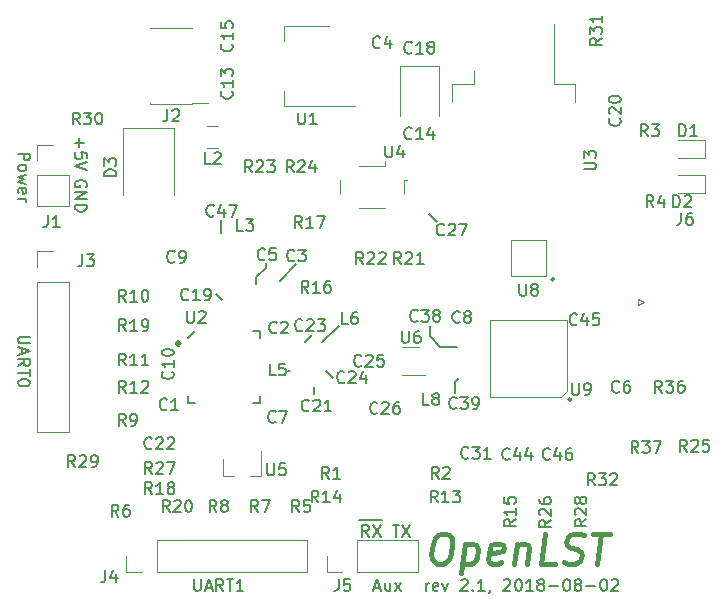
<source format=gto>
G04 #@! TF.GenerationSoftware,KiCad,Pcbnew,(5.1.0-0)*
G04 #@! TF.CreationDate,2019-09-18T13:26:03-04:00*
G04 #@! TF.ProjectId,openlst-hw,6f70656e-6c73-4742-9d68-772e6b696361,1*
G04 #@! TF.SameCoordinates,Original*
G04 #@! TF.FileFunction,Legend,Top*
G04 #@! TF.FilePolarity,Positive*
%FSLAX46Y46*%
G04 Gerber Fmt 4.6, Leading zero omitted, Abs format (unit mm)*
G04 Created by KiCad (PCBNEW (5.1.0-0)) date 2019-09-18 13:26:03*
%MOMM*%
%LPD*%
G04 APERTURE LIST*
%ADD10C,0.200000*%
%ADD11C,0.150000*%
%ADD12C,0.450000*%
%ADD13C,0.120000*%
%ADD14C,0.300000*%
%ADD15C,0.100000*%
%ADD16C,0.250000*%
G04 APERTURE END LIST*
D10*
X148800000Y-56050000D02*
X148800000Y-56000000D01*
X149500000Y-56750000D02*
X148800000Y-56050000D01*
X131250000Y-56550000D02*
X131250000Y-57650000D01*
X130800000Y-62800000D02*
X131300000Y-63300000D01*
X134200000Y-62000000D02*
X134200000Y-61900000D01*
X134200000Y-61400000D02*
X134200000Y-62000000D01*
X135000000Y-60600000D02*
X134200000Y-61400000D01*
X135000000Y-60200000D02*
X135000000Y-60600000D01*
X137600000Y-60300000D02*
X136200000Y-61700000D01*
X141200000Y-65500000D02*
X139800000Y-66900000D01*
X151000000Y-70300000D02*
X151400000Y-69900000D01*
X151000000Y-71200000D02*
X151000000Y-70300000D01*
X149800000Y-67300000D02*
X151200000Y-67300000D01*
X148900000Y-66400000D02*
X149800000Y-67300000D01*
X148900000Y-65500000D02*
X148900000Y-66400000D01*
X138900000Y-66300000D02*
X138300000Y-66900000D01*
X136900000Y-69300000D02*
X137100000Y-69300000D01*
X139100000Y-71300000D02*
X139100000Y-70700000D01*
X140100000Y-69300000D02*
X140700000Y-69900000D01*
D11*
X148580952Y-87952380D02*
X148580952Y-87285714D01*
X148580952Y-87476190D02*
X148628571Y-87380952D01*
X148676190Y-87333333D01*
X148771428Y-87285714D01*
X148866666Y-87285714D01*
X149580952Y-87904761D02*
X149485714Y-87952380D01*
X149295238Y-87952380D01*
X149200000Y-87904761D01*
X149152380Y-87809523D01*
X149152380Y-87428571D01*
X149200000Y-87333333D01*
X149295238Y-87285714D01*
X149485714Y-87285714D01*
X149580952Y-87333333D01*
X149628571Y-87428571D01*
X149628571Y-87523809D01*
X149152380Y-87619047D01*
X149961904Y-87285714D02*
X150200000Y-87952380D01*
X150438095Y-87285714D01*
X151533333Y-87047619D02*
X151580952Y-87000000D01*
X151676190Y-86952380D01*
X151914285Y-86952380D01*
X152009523Y-87000000D01*
X152057142Y-87047619D01*
X152104761Y-87142857D01*
X152104761Y-87238095D01*
X152057142Y-87380952D01*
X151485714Y-87952380D01*
X152104761Y-87952380D01*
X152533333Y-87857142D02*
X152580952Y-87904761D01*
X152533333Y-87952380D01*
X152485714Y-87904761D01*
X152533333Y-87857142D01*
X152533333Y-87952380D01*
X153533333Y-87952380D02*
X152961904Y-87952380D01*
X153247619Y-87952380D02*
X153247619Y-86952380D01*
X153152380Y-87095238D01*
X153057142Y-87190476D01*
X152961904Y-87238095D01*
X154009523Y-87904761D02*
X154009523Y-87952380D01*
X153961904Y-88047619D01*
X153914285Y-88095238D01*
X155152380Y-87047619D02*
X155200000Y-87000000D01*
X155295238Y-86952380D01*
X155533333Y-86952380D01*
X155628571Y-87000000D01*
X155676190Y-87047619D01*
X155723809Y-87142857D01*
X155723809Y-87238095D01*
X155676190Y-87380952D01*
X155104761Y-87952380D01*
X155723809Y-87952380D01*
X156342857Y-86952380D02*
X156438095Y-86952380D01*
X156533333Y-87000000D01*
X156580952Y-87047619D01*
X156628571Y-87142857D01*
X156676190Y-87333333D01*
X156676190Y-87571428D01*
X156628571Y-87761904D01*
X156580952Y-87857142D01*
X156533333Y-87904761D01*
X156438095Y-87952380D01*
X156342857Y-87952380D01*
X156247619Y-87904761D01*
X156200000Y-87857142D01*
X156152380Y-87761904D01*
X156104761Y-87571428D01*
X156104761Y-87333333D01*
X156152380Y-87142857D01*
X156200000Y-87047619D01*
X156247619Y-87000000D01*
X156342857Y-86952380D01*
X157628571Y-87952380D02*
X157057142Y-87952380D01*
X157342857Y-87952380D02*
X157342857Y-86952380D01*
X157247619Y-87095238D01*
X157152380Y-87190476D01*
X157057142Y-87238095D01*
X158200000Y-87380952D02*
X158104761Y-87333333D01*
X158057142Y-87285714D01*
X158009523Y-87190476D01*
X158009523Y-87142857D01*
X158057142Y-87047619D01*
X158104761Y-87000000D01*
X158200000Y-86952380D01*
X158390476Y-86952380D01*
X158485714Y-87000000D01*
X158533333Y-87047619D01*
X158580952Y-87142857D01*
X158580952Y-87190476D01*
X158533333Y-87285714D01*
X158485714Y-87333333D01*
X158390476Y-87380952D01*
X158200000Y-87380952D01*
X158104761Y-87428571D01*
X158057142Y-87476190D01*
X158009523Y-87571428D01*
X158009523Y-87761904D01*
X158057142Y-87857142D01*
X158104761Y-87904761D01*
X158200000Y-87952380D01*
X158390476Y-87952380D01*
X158485714Y-87904761D01*
X158533333Y-87857142D01*
X158580952Y-87761904D01*
X158580952Y-87571428D01*
X158533333Y-87476190D01*
X158485714Y-87428571D01*
X158390476Y-87380952D01*
X159009523Y-87571428D02*
X159771428Y-87571428D01*
X160438095Y-86952380D02*
X160533333Y-86952380D01*
X160628571Y-87000000D01*
X160676190Y-87047619D01*
X160723809Y-87142857D01*
X160771428Y-87333333D01*
X160771428Y-87571428D01*
X160723809Y-87761904D01*
X160676190Y-87857142D01*
X160628571Y-87904761D01*
X160533333Y-87952380D01*
X160438095Y-87952380D01*
X160342857Y-87904761D01*
X160295238Y-87857142D01*
X160247619Y-87761904D01*
X160200000Y-87571428D01*
X160200000Y-87333333D01*
X160247619Y-87142857D01*
X160295238Y-87047619D01*
X160342857Y-87000000D01*
X160438095Y-86952380D01*
X161342857Y-87380952D02*
X161247619Y-87333333D01*
X161200000Y-87285714D01*
X161152380Y-87190476D01*
X161152380Y-87142857D01*
X161200000Y-87047619D01*
X161247619Y-87000000D01*
X161342857Y-86952380D01*
X161533333Y-86952380D01*
X161628571Y-87000000D01*
X161676190Y-87047619D01*
X161723809Y-87142857D01*
X161723809Y-87190476D01*
X161676190Y-87285714D01*
X161628571Y-87333333D01*
X161533333Y-87380952D01*
X161342857Y-87380952D01*
X161247619Y-87428571D01*
X161200000Y-87476190D01*
X161152380Y-87571428D01*
X161152380Y-87761904D01*
X161200000Y-87857142D01*
X161247619Y-87904761D01*
X161342857Y-87952380D01*
X161533333Y-87952380D01*
X161628571Y-87904761D01*
X161676190Y-87857142D01*
X161723809Y-87761904D01*
X161723809Y-87571428D01*
X161676190Y-87476190D01*
X161628571Y-87428571D01*
X161533333Y-87380952D01*
X162152380Y-87571428D02*
X162914285Y-87571428D01*
X163580952Y-86952380D02*
X163676190Y-86952380D01*
X163771428Y-87000000D01*
X163819047Y-87047619D01*
X163866666Y-87142857D01*
X163914285Y-87333333D01*
X163914285Y-87571428D01*
X163866666Y-87761904D01*
X163819047Y-87857142D01*
X163771428Y-87904761D01*
X163676190Y-87952380D01*
X163580952Y-87952380D01*
X163485714Y-87904761D01*
X163438095Y-87857142D01*
X163390476Y-87761904D01*
X163342857Y-87571428D01*
X163342857Y-87333333D01*
X163390476Y-87142857D01*
X163438095Y-87047619D01*
X163485714Y-87000000D01*
X163580952Y-86952380D01*
X164295238Y-87047619D02*
X164342857Y-87000000D01*
X164438095Y-86952380D01*
X164676190Y-86952380D01*
X164771428Y-87000000D01*
X164819047Y-87047619D01*
X164866666Y-87142857D01*
X164866666Y-87238095D01*
X164819047Y-87380952D01*
X164247619Y-87952380D01*
X164866666Y-87952380D01*
X144204761Y-87666666D02*
X144680952Y-87666666D01*
X144109523Y-87952380D02*
X144442857Y-86952380D01*
X144776190Y-87952380D01*
X145538095Y-87285714D02*
X145538095Y-87952380D01*
X145109523Y-87285714D02*
X145109523Y-87809523D01*
X145157142Y-87904761D01*
X145252380Y-87952380D01*
X145395238Y-87952380D01*
X145490476Y-87904761D01*
X145538095Y-87857142D01*
X145919047Y-87952380D02*
X146442857Y-87285714D01*
X145919047Y-87285714D02*
X146442857Y-87952380D01*
X114047619Y-50923809D02*
X115047619Y-50923809D01*
X115047619Y-51304761D01*
X115000000Y-51400000D01*
X114952380Y-51447619D01*
X114857142Y-51495238D01*
X114714285Y-51495238D01*
X114619047Y-51447619D01*
X114571428Y-51400000D01*
X114523809Y-51304761D01*
X114523809Y-50923809D01*
X114047619Y-52066666D02*
X114095238Y-51971428D01*
X114142857Y-51923809D01*
X114238095Y-51876190D01*
X114523809Y-51876190D01*
X114619047Y-51923809D01*
X114666666Y-51971428D01*
X114714285Y-52066666D01*
X114714285Y-52209523D01*
X114666666Y-52304761D01*
X114619047Y-52352380D01*
X114523809Y-52400000D01*
X114238095Y-52400000D01*
X114142857Y-52352380D01*
X114095238Y-52304761D01*
X114047619Y-52209523D01*
X114047619Y-52066666D01*
X114714285Y-52733333D02*
X114047619Y-52923809D01*
X114523809Y-53114285D01*
X114047619Y-53304761D01*
X114714285Y-53495238D01*
X114095238Y-54257142D02*
X114047619Y-54161904D01*
X114047619Y-53971428D01*
X114095238Y-53876190D01*
X114190476Y-53828571D01*
X114571428Y-53828571D01*
X114666666Y-53876190D01*
X114714285Y-53971428D01*
X114714285Y-54161904D01*
X114666666Y-54257142D01*
X114571428Y-54304761D01*
X114476190Y-54304761D01*
X114380952Y-53828571D01*
X114047619Y-54733333D02*
X114714285Y-54733333D01*
X114523809Y-54733333D02*
X114619047Y-54780952D01*
X114666666Y-54828571D01*
X114714285Y-54923809D01*
X114714285Y-55019047D01*
X115047619Y-66428571D02*
X114238095Y-66428571D01*
X114142857Y-66476190D01*
X114095238Y-66523809D01*
X114047619Y-66619047D01*
X114047619Y-66809523D01*
X114095238Y-66904761D01*
X114142857Y-66952380D01*
X114238095Y-67000000D01*
X115047619Y-67000000D01*
X114333333Y-67428571D02*
X114333333Y-67904761D01*
X114047619Y-67333333D02*
X115047619Y-67666666D01*
X114047619Y-68000000D01*
X114047619Y-68904761D02*
X114523809Y-68571428D01*
X114047619Y-68333333D02*
X115047619Y-68333333D01*
X115047619Y-68714285D01*
X115000000Y-68809523D01*
X114952380Y-68857142D01*
X114857142Y-68904761D01*
X114714285Y-68904761D01*
X114619047Y-68857142D01*
X114571428Y-68809523D01*
X114523809Y-68714285D01*
X114523809Y-68333333D01*
X115047619Y-69190476D02*
X115047619Y-69761904D01*
X114047619Y-69476190D02*
X115047619Y-69476190D01*
X115047619Y-70285714D02*
X115047619Y-70380952D01*
X115000000Y-70476190D01*
X114952380Y-70523809D01*
X114857142Y-70571428D01*
X114666666Y-70619047D01*
X114428571Y-70619047D01*
X114238095Y-70571428D01*
X114142857Y-70523809D01*
X114095238Y-70476190D01*
X114047619Y-70380952D01*
X114047619Y-70285714D01*
X114095238Y-70190476D01*
X114142857Y-70142857D01*
X114238095Y-70095238D01*
X114428571Y-70047619D01*
X114666666Y-70047619D01*
X114857142Y-70095238D01*
X114952380Y-70142857D01*
X115000000Y-70190476D01*
X115047619Y-70285714D01*
X128928571Y-86952380D02*
X128928571Y-87761904D01*
X128976190Y-87857142D01*
X129023809Y-87904761D01*
X129119047Y-87952380D01*
X129309523Y-87952380D01*
X129404761Y-87904761D01*
X129452380Y-87857142D01*
X129500000Y-87761904D01*
X129500000Y-86952380D01*
X129928571Y-87666666D02*
X130404761Y-87666666D01*
X129833333Y-87952380D02*
X130166666Y-86952380D01*
X130500000Y-87952380D01*
X131404761Y-87952380D02*
X131071428Y-87476190D01*
X130833333Y-87952380D02*
X130833333Y-86952380D01*
X131214285Y-86952380D01*
X131309523Y-87000000D01*
X131357142Y-87047619D01*
X131404761Y-87142857D01*
X131404761Y-87285714D01*
X131357142Y-87380952D01*
X131309523Y-87428571D01*
X131214285Y-87476190D01*
X130833333Y-87476190D01*
X131690476Y-86952380D02*
X132261904Y-86952380D01*
X131976190Y-87952380D02*
X131976190Y-86952380D01*
X133119047Y-87952380D02*
X132547619Y-87952380D01*
X132833333Y-87952380D02*
X132833333Y-86952380D01*
X132738095Y-87095238D01*
X132642857Y-87190476D01*
X132547619Y-87238095D01*
X119800000Y-53738095D02*
X119847619Y-53642857D01*
X119847619Y-53500000D01*
X119800000Y-53357142D01*
X119704761Y-53261904D01*
X119609523Y-53214285D01*
X119419047Y-53166666D01*
X119276190Y-53166666D01*
X119085714Y-53214285D01*
X118990476Y-53261904D01*
X118895238Y-53357142D01*
X118847619Y-53500000D01*
X118847619Y-53595238D01*
X118895238Y-53738095D01*
X118942857Y-53785714D01*
X119276190Y-53785714D01*
X119276190Y-53595238D01*
X118847619Y-54214285D02*
X119847619Y-54214285D01*
X118847619Y-54785714D01*
X119847619Y-54785714D01*
X118847619Y-55261904D02*
X119847619Y-55261904D01*
X119847619Y-55500000D01*
X119800000Y-55642857D01*
X119704761Y-55738095D01*
X119609523Y-55785714D01*
X119419047Y-55833333D01*
X119276190Y-55833333D01*
X119085714Y-55785714D01*
X118990476Y-55738095D01*
X118895238Y-55642857D01*
X118847619Y-55500000D01*
X118847619Y-55261904D01*
X119228571Y-49614285D02*
X119228571Y-50376190D01*
X118847619Y-49995238D02*
X119609523Y-49995238D01*
X119847619Y-51328571D02*
X119847619Y-50852380D01*
X119371428Y-50804761D01*
X119419047Y-50852380D01*
X119466666Y-50947619D01*
X119466666Y-51185714D01*
X119419047Y-51280952D01*
X119371428Y-51328571D01*
X119276190Y-51376190D01*
X119038095Y-51376190D01*
X118942857Y-51328571D01*
X118895238Y-51280952D01*
X118847619Y-51185714D01*
X118847619Y-50947619D01*
X118895238Y-50852380D01*
X118942857Y-50804761D01*
X119847619Y-51661904D02*
X118847619Y-51995238D01*
X119847619Y-52328571D01*
X145738095Y-82352380D02*
X146309523Y-82352380D01*
X146023809Y-83352380D02*
X146023809Y-82352380D01*
X146547619Y-82352380D02*
X147214285Y-83352380D01*
X147214285Y-82352380D02*
X146547619Y-83352380D01*
X142923809Y-81985000D02*
X143923809Y-81985000D01*
X143733333Y-83352380D02*
X143400000Y-82876190D01*
X143161904Y-83352380D02*
X143161904Y-82352380D01*
X143542857Y-82352380D01*
X143638095Y-82400000D01*
X143685714Y-82447619D01*
X143733333Y-82542857D01*
X143733333Y-82685714D01*
X143685714Y-82780952D01*
X143638095Y-82828571D01*
X143542857Y-82876190D01*
X143161904Y-82876190D01*
X143923809Y-81985000D02*
X144876190Y-81985000D01*
X144066666Y-82352380D02*
X144733333Y-83352380D01*
X144733333Y-82352380D02*
X144066666Y-83352380D01*
D12*
X149830252Y-83130952D02*
X150306443Y-83130952D01*
X150529657Y-83250000D01*
X150737991Y-83488095D01*
X150797514Y-83964285D01*
X150693348Y-84797619D01*
X150514776Y-85273809D01*
X150246919Y-85511904D01*
X149993943Y-85630952D01*
X149517752Y-85630952D01*
X149294538Y-85511904D01*
X149086205Y-85273809D01*
X149026681Y-84797619D01*
X149130848Y-83964285D01*
X149309419Y-83488095D01*
X149577276Y-83250000D01*
X149830252Y-83130952D01*
X151868943Y-83964285D02*
X151556443Y-86464285D01*
X151854062Y-84083333D02*
X152107038Y-83964285D01*
X152583229Y-83964285D01*
X152806443Y-84083333D01*
X152910610Y-84202380D01*
X152999895Y-84440476D01*
X152910610Y-85154761D01*
X152761800Y-85392857D01*
X152627872Y-85511904D01*
X152374895Y-85630952D01*
X151898705Y-85630952D01*
X151675491Y-85511904D01*
X154889776Y-85511904D02*
X154636800Y-85630952D01*
X154160610Y-85630952D01*
X153937395Y-85511904D01*
X153848110Y-85273809D01*
X153967157Y-84321428D01*
X154115967Y-84083333D01*
X154368943Y-83964285D01*
X154845133Y-83964285D01*
X155068348Y-84083333D01*
X155157633Y-84321428D01*
X155127872Y-84559523D01*
X153907633Y-84797619D01*
X156273705Y-83964285D02*
X156065372Y-85630952D01*
X156243943Y-84202380D02*
X156377872Y-84083333D01*
X156630848Y-83964285D01*
X156987991Y-83964285D01*
X157211205Y-84083333D01*
X157300491Y-84321428D01*
X157136800Y-85630952D01*
X159517752Y-85630952D02*
X158327276Y-85630952D01*
X158639776Y-83130952D01*
X160246919Y-85511904D02*
X160589181Y-85630952D01*
X161184419Y-85630952D01*
X161437395Y-85511904D01*
X161571324Y-85392857D01*
X161720133Y-85154761D01*
X161749895Y-84916666D01*
X161660610Y-84678571D01*
X161556443Y-84559523D01*
X161333229Y-84440476D01*
X160871919Y-84321428D01*
X160648705Y-84202380D01*
X160544538Y-84083333D01*
X160455252Y-83845238D01*
X160485014Y-83607142D01*
X160633824Y-83369047D01*
X160767752Y-83250000D01*
X161020729Y-83130952D01*
X161615967Y-83130952D01*
X161958229Y-83250000D01*
X162687395Y-83130952D02*
X164115967Y-83130952D01*
X163089181Y-85630952D02*
X163401681Y-83130952D01*
D13*
X155750000Y-61250000D02*
X155750000Y-58250000D01*
X158750000Y-58250000D02*
X155750000Y-58250000D01*
X158750000Y-61250000D02*
X155750000Y-61250000D01*
X158750000Y-61250000D02*
X158750000Y-58250000D01*
D10*
X159448821Y-61566100D02*
G75*
G03X159448821Y-61566100I-141421J0D01*
G01*
D13*
X115670000Y-74530000D02*
X118330000Y-74530000D01*
X115670000Y-61770000D02*
X115670000Y-74530000D01*
X118330000Y-61770000D02*
X118330000Y-74530000D01*
X115670000Y-61770000D02*
X118330000Y-61770000D01*
X115670000Y-60500000D02*
X115670000Y-59170000D01*
X115670000Y-59170000D02*
X117000000Y-59170000D01*
D11*
X129050000Y-65950000D02*
X128450000Y-66550000D01*
D14*
X127750000Y-67000000D02*
G75*
G03X127750000Y-67000000I-150000J0D01*
G01*
D11*
X134550000Y-72050000D02*
X133950000Y-72050000D01*
X134550000Y-72050000D02*
X134550000Y-71450000D01*
X128450000Y-72050000D02*
X129050000Y-72050000D01*
X128450000Y-72050000D02*
X128450000Y-71450000D01*
X133950000Y-65950000D02*
X134550000Y-65950000D01*
X134550000Y-65950000D02*
X134550000Y-66550000D01*
D15*
X160500000Y-71000000D02*
X160000000Y-71500000D01*
X160000000Y-71500000D02*
X154000000Y-71500000D01*
X154000000Y-71500000D02*
X154000000Y-65000000D01*
X154000000Y-65000000D02*
X160500000Y-65000000D01*
X160500000Y-65000000D02*
X160500000Y-71000000D01*
D16*
X160850000Y-71750000D02*
G75*
G03X160850000Y-71750000I-100000J0D01*
G01*
D13*
X149660000Y-47750000D02*
X149660000Y-43530000D01*
X149660000Y-43530000D02*
X146340000Y-43530000D01*
X146340000Y-43530000D02*
X146340000Y-47750000D01*
X169950000Y-51260000D02*
X172220000Y-51260000D01*
X172220000Y-51260000D02*
X172220000Y-49740000D01*
X172220000Y-49740000D02*
X169950000Y-49740000D01*
X169950000Y-54260000D02*
X172220000Y-54260000D01*
X172220000Y-54260000D02*
X172220000Y-52740000D01*
X172220000Y-52740000D02*
X169950000Y-52740000D01*
X127250000Y-48750000D02*
X122950000Y-48750000D01*
X122950000Y-48750000D02*
X122950000Y-54450000D01*
X127250000Y-48750000D02*
X127250000Y-54450000D01*
X115670000Y-55370000D02*
X118330000Y-55370000D01*
X115670000Y-52770000D02*
X115670000Y-55370000D01*
X118330000Y-52770000D02*
X118330000Y-55370000D01*
X115670000Y-52770000D02*
X118330000Y-52770000D01*
X115670000Y-51500000D02*
X115670000Y-50170000D01*
X115670000Y-50170000D02*
X117000000Y-50170000D01*
X128765000Y-46735000D02*
X125235000Y-46735000D01*
X128765000Y-40265000D02*
X125235000Y-40265000D01*
X130090000Y-46670000D02*
X128765000Y-46670000D01*
X128765000Y-46735000D02*
X128765000Y-46670000D01*
X125235000Y-46735000D02*
X125235000Y-46670000D01*
X128765000Y-40330000D02*
X128765000Y-40265000D01*
X125235000Y-40330000D02*
X125235000Y-40265000D01*
X138530000Y-86330000D02*
X138530000Y-83670000D01*
X125770000Y-86330000D02*
X138530000Y-86330000D01*
X125770000Y-83670000D02*
X138530000Y-83670000D01*
X125770000Y-86330000D02*
X125770000Y-83670000D01*
X124500000Y-86330000D02*
X123170000Y-86330000D01*
X123170000Y-86330000D02*
X123170000Y-85000000D01*
X147910000Y-86330000D02*
X147910000Y-83670000D01*
X142770000Y-86330000D02*
X147910000Y-86330000D01*
X142770000Y-83670000D02*
X147910000Y-83670000D01*
X142770000Y-86330000D02*
X142770000Y-83670000D01*
X141500000Y-86330000D02*
X140170000Y-86330000D01*
X140170000Y-86330000D02*
X140170000Y-85000000D01*
X166500000Y-63250000D02*
X167000000Y-63500000D01*
X166500000Y-63750000D02*
X166500000Y-63250000D01*
X167000000Y-63500000D02*
X166500000Y-63750000D01*
X131000000Y-50410000D02*
X130000000Y-50410000D01*
X131000000Y-48590000D02*
X130000000Y-48590000D01*
X136590000Y-40090000D02*
X136590000Y-41350000D01*
X136590000Y-46910000D02*
X136590000Y-45650000D01*
X140350000Y-40090000D02*
X136590000Y-40090000D01*
X142600000Y-46910000D02*
X136590000Y-46910000D01*
X161200000Y-46550000D02*
X161200000Y-45050000D01*
X161200000Y-45050000D02*
X159390000Y-45050000D01*
X159390000Y-45050000D02*
X159390000Y-39925000D01*
X150800000Y-46550000D02*
X150800000Y-45050000D01*
X150800000Y-45050000D02*
X152610000Y-45050000D01*
X152610000Y-45050000D02*
X152610000Y-43950000D01*
X147000000Y-53150000D02*
X146700000Y-53150000D01*
X146700000Y-53150000D02*
X146700000Y-54350000D01*
X141300000Y-54350000D02*
X141300000Y-53150000D01*
X145100000Y-55550000D02*
X142900000Y-55550000D01*
X142900000Y-51950000D02*
X145100000Y-51950000D01*
X145100000Y-51950000D02*
X145100000Y-51550000D01*
X131420000Y-78260000D02*
X132350000Y-78260000D01*
X134580000Y-78260000D02*
X133650000Y-78260000D01*
X134580000Y-78260000D02*
X134580000Y-76100000D01*
X131420000Y-78260000D02*
X131420000Y-76800000D01*
X146550000Y-69660000D02*
X148450000Y-69660000D01*
X147950000Y-67340000D02*
X146550000Y-67340000D01*
D11*
X156488095Y-61952380D02*
X156488095Y-62761904D01*
X156535714Y-62857142D01*
X156583333Y-62904761D01*
X156678571Y-62952380D01*
X156869047Y-62952380D01*
X156964285Y-62904761D01*
X157011904Y-62857142D01*
X157059523Y-62761904D01*
X157059523Y-61952380D01*
X157678571Y-62380952D02*
X157583333Y-62333333D01*
X157535714Y-62285714D01*
X157488095Y-62190476D01*
X157488095Y-62142857D01*
X157535714Y-62047619D01*
X157583333Y-62000000D01*
X157678571Y-61952380D01*
X157869047Y-61952380D01*
X157964285Y-62000000D01*
X158011904Y-62047619D01*
X158059523Y-62142857D01*
X158059523Y-62190476D01*
X158011904Y-62285714D01*
X157964285Y-62333333D01*
X157869047Y-62380952D01*
X157678571Y-62380952D01*
X157583333Y-62428571D01*
X157535714Y-62476190D01*
X157488095Y-62571428D01*
X157488095Y-62761904D01*
X157535714Y-62857142D01*
X157583333Y-62904761D01*
X157678571Y-62952380D01*
X157869047Y-62952380D01*
X157964285Y-62904761D01*
X158011904Y-62857142D01*
X158059523Y-62761904D01*
X158059523Y-62571428D01*
X158011904Y-62476190D01*
X157964285Y-62428571D01*
X157869047Y-62380952D01*
X119466666Y-59452380D02*
X119466666Y-60166666D01*
X119419047Y-60309523D01*
X119323809Y-60404761D01*
X119180952Y-60452380D01*
X119085714Y-60452380D01*
X119847619Y-59452380D02*
X120466666Y-59452380D01*
X120133333Y-59833333D01*
X120276190Y-59833333D01*
X120371428Y-59880952D01*
X120419047Y-59928571D01*
X120466666Y-60023809D01*
X120466666Y-60261904D01*
X120419047Y-60357142D01*
X120371428Y-60404761D01*
X120276190Y-60452380D01*
X119990476Y-60452380D01*
X119895238Y-60404761D01*
X119847619Y-60357142D01*
X128338095Y-64252380D02*
X128338095Y-65061904D01*
X128385714Y-65157142D01*
X128433333Y-65204761D01*
X128528571Y-65252380D01*
X128719047Y-65252380D01*
X128814285Y-65204761D01*
X128861904Y-65157142D01*
X128909523Y-65061904D01*
X128909523Y-64252380D01*
X129338095Y-64347619D02*
X129385714Y-64300000D01*
X129480952Y-64252380D01*
X129719047Y-64252380D01*
X129814285Y-64300000D01*
X129861904Y-64347619D01*
X129909523Y-64442857D01*
X129909523Y-64538095D01*
X129861904Y-64680952D01*
X129290476Y-65252380D01*
X129909523Y-65252380D01*
X160938095Y-70352380D02*
X160938095Y-71161904D01*
X160985714Y-71257142D01*
X161033333Y-71304761D01*
X161128571Y-71352380D01*
X161319047Y-71352380D01*
X161414285Y-71304761D01*
X161461904Y-71257142D01*
X161509523Y-71161904D01*
X161509523Y-70352380D01*
X162033333Y-71352380D02*
X162223809Y-71352380D01*
X162319047Y-71304761D01*
X162366666Y-71257142D01*
X162461904Y-71114285D01*
X162509523Y-70923809D01*
X162509523Y-70542857D01*
X162461904Y-70447619D01*
X162414285Y-70400000D01*
X162319047Y-70352380D01*
X162128571Y-70352380D01*
X162033333Y-70400000D01*
X161985714Y-70447619D01*
X161938095Y-70542857D01*
X161938095Y-70780952D01*
X161985714Y-70876190D01*
X162033333Y-70923809D01*
X162128571Y-70971428D01*
X162319047Y-70971428D01*
X162414285Y-70923809D01*
X162461904Y-70876190D01*
X162509523Y-70780952D01*
X126633333Y-72557142D02*
X126585714Y-72604761D01*
X126442857Y-72652380D01*
X126347619Y-72652380D01*
X126204761Y-72604761D01*
X126109523Y-72509523D01*
X126061904Y-72414285D01*
X126014285Y-72223809D01*
X126014285Y-72080952D01*
X126061904Y-71890476D01*
X126109523Y-71795238D01*
X126204761Y-71700000D01*
X126347619Y-71652380D01*
X126442857Y-71652380D01*
X126585714Y-71700000D01*
X126633333Y-71747619D01*
X127585714Y-72652380D02*
X127014285Y-72652380D01*
X127300000Y-72652380D02*
X127300000Y-71652380D01*
X127204761Y-71795238D01*
X127109523Y-71890476D01*
X127014285Y-71938095D01*
X135933333Y-66057142D02*
X135885714Y-66104761D01*
X135742857Y-66152380D01*
X135647619Y-66152380D01*
X135504761Y-66104761D01*
X135409523Y-66009523D01*
X135361904Y-65914285D01*
X135314285Y-65723809D01*
X135314285Y-65580952D01*
X135361904Y-65390476D01*
X135409523Y-65295238D01*
X135504761Y-65200000D01*
X135647619Y-65152380D01*
X135742857Y-65152380D01*
X135885714Y-65200000D01*
X135933333Y-65247619D01*
X136314285Y-65247619D02*
X136361904Y-65200000D01*
X136457142Y-65152380D01*
X136695238Y-65152380D01*
X136790476Y-65200000D01*
X136838095Y-65247619D01*
X136885714Y-65342857D01*
X136885714Y-65438095D01*
X136838095Y-65580952D01*
X136266666Y-66152380D01*
X136885714Y-66152380D01*
X137433333Y-59957142D02*
X137385714Y-60004761D01*
X137242857Y-60052380D01*
X137147619Y-60052380D01*
X137004761Y-60004761D01*
X136909523Y-59909523D01*
X136861904Y-59814285D01*
X136814285Y-59623809D01*
X136814285Y-59480952D01*
X136861904Y-59290476D01*
X136909523Y-59195238D01*
X137004761Y-59100000D01*
X137147619Y-59052380D01*
X137242857Y-59052380D01*
X137385714Y-59100000D01*
X137433333Y-59147619D01*
X137766666Y-59052380D02*
X138385714Y-59052380D01*
X138052380Y-59433333D01*
X138195238Y-59433333D01*
X138290476Y-59480952D01*
X138338095Y-59528571D01*
X138385714Y-59623809D01*
X138385714Y-59861904D01*
X138338095Y-59957142D01*
X138290476Y-60004761D01*
X138195238Y-60052380D01*
X137909523Y-60052380D01*
X137814285Y-60004761D01*
X137766666Y-59957142D01*
X144683333Y-41907142D02*
X144635714Y-41954761D01*
X144492857Y-42002380D01*
X144397619Y-42002380D01*
X144254761Y-41954761D01*
X144159523Y-41859523D01*
X144111904Y-41764285D01*
X144064285Y-41573809D01*
X144064285Y-41430952D01*
X144111904Y-41240476D01*
X144159523Y-41145238D01*
X144254761Y-41050000D01*
X144397619Y-41002380D01*
X144492857Y-41002380D01*
X144635714Y-41050000D01*
X144683333Y-41097619D01*
X145540476Y-41335714D02*
X145540476Y-42002380D01*
X145302380Y-40954761D02*
X145064285Y-41669047D01*
X145683333Y-41669047D01*
X134933333Y-59857142D02*
X134885714Y-59904761D01*
X134742857Y-59952380D01*
X134647619Y-59952380D01*
X134504761Y-59904761D01*
X134409523Y-59809523D01*
X134361904Y-59714285D01*
X134314285Y-59523809D01*
X134314285Y-59380952D01*
X134361904Y-59190476D01*
X134409523Y-59095238D01*
X134504761Y-59000000D01*
X134647619Y-58952380D01*
X134742857Y-58952380D01*
X134885714Y-59000000D01*
X134933333Y-59047619D01*
X135838095Y-58952380D02*
X135361904Y-58952380D01*
X135314285Y-59428571D01*
X135361904Y-59380952D01*
X135457142Y-59333333D01*
X135695238Y-59333333D01*
X135790476Y-59380952D01*
X135838095Y-59428571D01*
X135885714Y-59523809D01*
X135885714Y-59761904D01*
X135838095Y-59857142D01*
X135790476Y-59904761D01*
X135695238Y-59952380D01*
X135457142Y-59952380D01*
X135361904Y-59904761D01*
X135314285Y-59857142D01*
X164933333Y-71057142D02*
X164885714Y-71104761D01*
X164742857Y-71152380D01*
X164647619Y-71152380D01*
X164504761Y-71104761D01*
X164409523Y-71009523D01*
X164361904Y-70914285D01*
X164314285Y-70723809D01*
X164314285Y-70580952D01*
X164361904Y-70390476D01*
X164409523Y-70295238D01*
X164504761Y-70200000D01*
X164647619Y-70152380D01*
X164742857Y-70152380D01*
X164885714Y-70200000D01*
X164933333Y-70247619D01*
X165790476Y-70152380D02*
X165600000Y-70152380D01*
X165504761Y-70200000D01*
X165457142Y-70247619D01*
X165361904Y-70390476D01*
X165314285Y-70580952D01*
X165314285Y-70961904D01*
X165361904Y-71057142D01*
X165409523Y-71104761D01*
X165504761Y-71152380D01*
X165695238Y-71152380D01*
X165790476Y-71104761D01*
X165838095Y-71057142D01*
X165885714Y-70961904D01*
X165885714Y-70723809D01*
X165838095Y-70628571D01*
X165790476Y-70580952D01*
X165695238Y-70533333D01*
X165504761Y-70533333D01*
X165409523Y-70580952D01*
X165361904Y-70628571D01*
X165314285Y-70723809D01*
X135833333Y-73607142D02*
X135785714Y-73654761D01*
X135642857Y-73702380D01*
X135547619Y-73702380D01*
X135404761Y-73654761D01*
X135309523Y-73559523D01*
X135261904Y-73464285D01*
X135214285Y-73273809D01*
X135214285Y-73130952D01*
X135261904Y-72940476D01*
X135309523Y-72845238D01*
X135404761Y-72750000D01*
X135547619Y-72702380D01*
X135642857Y-72702380D01*
X135785714Y-72750000D01*
X135833333Y-72797619D01*
X136166666Y-72702380D02*
X136833333Y-72702380D01*
X136404761Y-73702380D01*
X151433333Y-65157142D02*
X151385714Y-65204761D01*
X151242857Y-65252380D01*
X151147619Y-65252380D01*
X151004761Y-65204761D01*
X150909523Y-65109523D01*
X150861904Y-65014285D01*
X150814285Y-64823809D01*
X150814285Y-64680952D01*
X150861904Y-64490476D01*
X150909523Y-64395238D01*
X151004761Y-64300000D01*
X151147619Y-64252380D01*
X151242857Y-64252380D01*
X151385714Y-64300000D01*
X151433333Y-64347619D01*
X152004761Y-64680952D02*
X151909523Y-64633333D01*
X151861904Y-64585714D01*
X151814285Y-64490476D01*
X151814285Y-64442857D01*
X151861904Y-64347619D01*
X151909523Y-64300000D01*
X152004761Y-64252380D01*
X152195238Y-64252380D01*
X152290476Y-64300000D01*
X152338095Y-64347619D01*
X152385714Y-64442857D01*
X152385714Y-64490476D01*
X152338095Y-64585714D01*
X152290476Y-64633333D01*
X152195238Y-64680952D01*
X152004761Y-64680952D01*
X151909523Y-64728571D01*
X151861904Y-64776190D01*
X151814285Y-64871428D01*
X151814285Y-65061904D01*
X151861904Y-65157142D01*
X151909523Y-65204761D01*
X152004761Y-65252380D01*
X152195238Y-65252380D01*
X152290476Y-65204761D01*
X152338095Y-65157142D01*
X152385714Y-65061904D01*
X152385714Y-64871428D01*
X152338095Y-64776190D01*
X152290476Y-64728571D01*
X152195238Y-64680952D01*
X127283333Y-60057142D02*
X127235714Y-60104761D01*
X127092857Y-60152380D01*
X126997619Y-60152380D01*
X126854761Y-60104761D01*
X126759523Y-60009523D01*
X126711904Y-59914285D01*
X126664285Y-59723809D01*
X126664285Y-59580952D01*
X126711904Y-59390476D01*
X126759523Y-59295238D01*
X126854761Y-59200000D01*
X126997619Y-59152380D01*
X127092857Y-59152380D01*
X127235714Y-59200000D01*
X127283333Y-59247619D01*
X127759523Y-60152380D02*
X127950000Y-60152380D01*
X128045238Y-60104761D01*
X128092857Y-60057142D01*
X128188095Y-59914285D01*
X128235714Y-59723809D01*
X128235714Y-59342857D01*
X128188095Y-59247619D01*
X128140476Y-59200000D01*
X128045238Y-59152380D01*
X127854761Y-59152380D01*
X127759523Y-59200000D01*
X127711904Y-59247619D01*
X127664285Y-59342857D01*
X127664285Y-59580952D01*
X127711904Y-59676190D01*
X127759523Y-59723809D01*
X127854761Y-59771428D01*
X128045238Y-59771428D01*
X128140476Y-59723809D01*
X128188095Y-59676190D01*
X128235714Y-59580952D01*
X127107142Y-69392857D02*
X127154761Y-69440476D01*
X127202380Y-69583333D01*
X127202380Y-69678571D01*
X127154761Y-69821428D01*
X127059523Y-69916666D01*
X126964285Y-69964285D01*
X126773809Y-70011904D01*
X126630952Y-70011904D01*
X126440476Y-69964285D01*
X126345238Y-69916666D01*
X126250000Y-69821428D01*
X126202380Y-69678571D01*
X126202380Y-69583333D01*
X126250000Y-69440476D01*
X126297619Y-69392857D01*
X127202380Y-68440476D02*
X127202380Y-69011904D01*
X127202380Y-68726190D02*
X126202380Y-68726190D01*
X126345238Y-68821428D01*
X126440476Y-68916666D01*
X126488095Y-69011904D01*
X126202380Y-67821428D02*
X126202380Y-67726190D01*
X126250000Y-67630952D01*
X126297619Y-67583333D01*
X126392857Y-67535714D01*
X126583333Y-67488095D01*
X126821428Y-67488095D01*
X127011904Y-67535714D01*
X127107142Y-67583333D01*
X127154761Y-67630952D01*
X127202380Y-67726190D01*
X127202380Y-67821428D01*
X127154761Y-67916666D01*
X127107142Y-67964285D01*
X127011904Y-68011904D01*
X126821428Y-68059523D01*
X126583333Y-68059523D01*
X126392857Y-68011904D01*
X126297619Y-67964285D01*
X126250000Y-67916666D01*
X126202380Y-67821428D01*
X132107142Y-45642857D02*
X132154761Y-45690476D01*
X132202380Y-45833333D01*
X132202380Y-45928571D01*
X132154761Y-46071428D01*
X132059523Y-46166666D01*
X131964285Y-46214285D01*
X131773809Y-46261904D01*
X131630952Y-46261904D01*
X131440476Y-46214285D01*
X131345238Y-46166666D01*
X131250000Y-46071428D01*
X131202380Y-45928571D01*
X131202380Y-45833333D01*
X131250000Y-45690476D01*
X131297619Y-45642857D01*
X132202380Y-44690476D02*
X132202380Y-45261904D01*
X132202380Y-44976190D02*
X131202380Y-44976190D01*
X131345238Y-45071428D01*
X131440476Y-45166666D01*
X131488095Y-45261904D01*
X131202380Y-44357142D02*
X131202380Y-43738095D01*
X131583333Y-44071428D01*
X131583333Y-43928571D01*
X131630952Y-43833333D01*
X131678571Y-43785714D01*
X131773809Y-43738095D01*
X132011904Y-43738095D01*
X132107142Y-43785714D01*
X132154761Y-43833333D01*
X132202380Y-43928571D01*
X132202380Y-44214285D01*
X132154761Y-44309523D01*
X132107142Y-44357142D01*
X147357142Y-49607142D02*
X147309523Y-49654761D01*
X147166666Y-49702380D01*
X147071428Y-49702380D01*
X146928571Y-49654761D01*
X146833333Y-49559523D01*
X146785714Y-49464285D01*
X146738095Y-49273809D01*
X146738095Y-49130952D01*
X146785714Y-48940476D01*
X146833333Y-48845238D01*
X146928571Y-48750000D01*
X147071428Y-48702380D01*
X147166666Y-48702380D01*
X147309523Y-48750000D01*
X147357142Y-48797619D01*
X148309523Y-49702380D02*
X147738095Y-49702380D01*
X148023809Y-49702380D02*
X148023809Y-48702380D01*
X147928571Y-48845238D01*
X147833333Y-48940476D01*
X147738095Y-48988095D01*
X149166666Y-49035714D02*
X149166666Y-49702380D01*
X148928571Y-48654761D02*
X148690476Y-49369047D01*
X149309523Y-49369047D01*
X132107142Y-41642857D02*
X132154761Y-41690476D01*
X132202380Y-41833333D01*
X132202380Y-41928571D01*
X132154761Y-42071428D01*
X132059523Y-42166666D01*
X131964285Y-42214285D01*
X131773809Y-42261904D01*
X131630952Y-42261904D01*
X131440476Y-42214285D01*
X131345238Y-42166666D01*
X131250000Y-42071428D01*
X131202380Y-41928571D01*
X131202380Y-41833333D01*
X131250000Y-41690476D01*
X131297619Y-41642857D01*
X132202380Y-40690476D02*
X132202380Y-41261904D01*
X132202380Y-40976190D02*
X131202380Y-40976190D01*
X131345238Y-41071428D01*
X131440476Y-41166666D01*
X131488095Y-41261904D01*
X131202380Y-39785714D02*
X131202380Y-40261904D01*
X131678571Y-40309523D01*
X131630952Y-40261904D01*
X131583333Y-40166666D01*
X131583333Y-39928571D01*
X131630952Y-39833333D01*
X131678571Y-39785714D01*
X131773809Y-39738095D01*
X132011904Y-39738095D01*
X132107142Y-39785714D01*
X132154761Y-39833333D01*
X132202380Y-39928571D01*
X132202380Y-40166666D01*
X132154761Y-40261904D01*
X132107142Y-40309523D01*
X147357142Y-42357142D02*
X147309523Y-42404761D01*
X147166666Y-42452380D01*
X147071428Y-42452380D01*
X146928571Y-42404761D01*
X146833333Y-42309523D01*
X146785714Y-42214285D01*
X146738095Y-42023809D01*
X146738095Y-41880952D01*
X146785714Y-41690476D01*
X146833333Y-41595238D01*
X146928571Y-41500000D01*
X147071428Y-41452380D01*
X147166666Y-41452380D01*
X147309523Y-41500000D01*
X147357142Y-41547619D01*
X148309523Y-42452380D02*
X147738095Y-42452380D01*
X148023809Y-42452380D02*
X148023809Y-41452380D01*
X147928571Y-41595238D01*
X147833333Y-41690476D01*
X147738095Y-41738095D01*
X148880952Y-41880952D02*
X148785714Y-41833333D01*
X148738095Y-41785714D01*
X148690476Y-41690476D01*
X148690476Y-41642857D01*
X148738095Y-41547619D01*
X148785714Y-41500000D01*
X148880952Y-41452380D01*
X149071428Y-41452380D01*
X149166666Y-41500000D01*
X149214285Y-41547619D01*
X149261904Y-41642857D01*
X149261904Y-41690476D01*
X149214285Y-41785714D01*
X149166666Y-41833333D01*
X149071428Y-41880952D01*
X148880952Y-41880952D01*
X148785714Y-41928571D01*
X148738095Y-41976190D01*
X148690476Y-42071428D01*
X148690476Y-42261904D01*
X148738095Y-42357142D01*
X148785714Y-42404761D01*
X148880952Y-42452380D01*
X149071428Y-42452380D01*
X149166666Y-42404761D01*
X149214285Y-42357142D01*
X149261904Y-42261904D01*
X149261904Y-42071428D01*
X149214285Y-41976190D01*
X149166666Y-41928571D01*
X149071428Y-41880952D01*
X128457142Y-63257142D02*
X128409523Y-63304761D01*
X128266666Y-63352380D01*
X128171428Y-63352380D01*
X128028571Y-63304761D01*
X127933333Y-63209523D01*
X127885714Y-63114285D01*
X127838095Y-62923809D01*
X127838095Y-62780952D01*
X127885714Y-62590476D01*
X127933333Y-62495238D01*
X128028571Y-62400000D01*
X128171428Y-62352380D01*
X128266666Y-62352380D01*
X128409523Y-62400000D01*
X128457142Y-62447619D01*
X129409523Y-63352380D02*
X128838095Y-63352380D01*
X129123809Y-63352380D02*
X129123809Y-62352380D01*
X129028571Y-62495238D01*
X128933333Y-62590476D01*
X128838095Y-62638095D01*
X129885714Y-63352380D02*
X130076190Y-63352380D01*
X130171428Y-63304761D01*
X130219047Y-63257142D01*
X130314285Y-63114285D01*
X130361904Y-62923809D01*
X130361904Y-62542857D01*
X130314285Y-62447619D01*
X130266666Y-62400000D01*
X130171428Y-62352380D01*
X129980952Y-62352380D01*
X129885714Y-62400000D01*
X129838095Y-62447619D01*
X129790476Y-62542857D01*
X129790476Y-62780952D01*
X129838095Y-62876190D01*
X129885714Y-62923809D01*
X129980952Y-62971428D01*
X130171428Y-62971428D01*
X130266666Y-62923809D01*
X130314285Y-62876190D01*
X130361904Y-62780952D01*
X164957142Y-47942857D02*
X165004761Y-47990476D01*
X165052380Y-48133333D01*
X165052380Y-48228571D01*
X165004761Y-48371428D01*
X164909523Y-48466666D01*
X164814285Y-48514285D01*
X164623809Y-48561904D01*
X164480952Y-48561904D01*
X164290476Y-48514285D01*
X164195238Y-48466666D01*
X164100000Y-48371428D01*
X164052380Y-48228571D01*
X164052380Y-48133333D01*
X164100000Y-47990476D01*
X164147619Y-47942857D01*
X164147619Y-47561904D02*
X164100000Y-47514285D01*
X164052380Y-47419047D01*
X164052380Y-47180952D01*
X164100000Y-47085714D01*
X164147619Y-47038095D01*
X164242857Y-46990476D01*
X164338095Y-46990476D01*
X164480952Y-47038095D01*
X165052380Y-47609523D01*
X165052380Y-46990476D01*
X164052380Y-46371428D02*
X164052380Y-46276190D01*
X164100000Y-46180952D01*
X164147619Y-46133333D01*
X164242857Y-46085714D01*
X164433333Y-46038095D01*
X164671428Y-46038095D01*
X164861904Y-46085714D01*
X164957142Y-46133333D01*
X165004761Y-46180952D01*
X165052380Y-46276190D01*
X165052380Y-46371428D01*
X165004761Y-46466666D01*
X164957142Y-46514285D01*
X164861904Y-46561904D01*
X164671428Y-46609523D01*
X164433333Y-46609523D01*
X164242857Y-46561904D01*
X164147619Y-46514285D01*
X164100000Y-46466666D01*
X164052380Y-46371428D01*
X138657142Y-72657142D02*
X138609523Y-72704761D01*
X138466666Y-72752380D01*
X138371428Y-72752380D01*
X138228571Y-72704761D01*
X138133333Y-72609523D01*
X138085714Y-72514285D01*
X138038095Y-72323809D01*
X138038095Y-72180952D01*
X138085714Y-71990476D01*
X138133333Y-71895238D01*
X138228571Y-71800000D01*
X138371428Y-71752380D01*
X138466666Y-71752380D01*
X138609523Y-71800000D01*
X138657142Y-71847619D01*
X139038095Y-71847619D02*
X139085714Y-71800000D01*
X139180952Y-71752380D01*
X139419047Y-71752380D01*
X139514285Y-71800000D01*
X139561904Y-71847619D01*
X139609523Y-71942857D01*
X139609523Y-72038095D01*
X139561904Y-72180952D01*
X138990476Y-72752380D01*
X139609523Y-72752380D01*
X140561904Y-72752380D02*
X139990476Y-72752380D01*
X140276190Y-72752380D02*
X140276190Y-71752380D01*
X140180952Y-71895238D01*
X140085714Y-71990476D01*
X139990476Y-72038095D01*
X125357142Y-75857142D02*
X125309523Y-75904761D01*
X125166666Y-75952380D01*
X125071428Y-75952380D01*
X124928571Y-75904761D01*
X124833333Y-75809523D01*
X124785714Y-75714285D01*
X124738095Y-75523809D01*
X124738095Y-75380952D01*
X124785714Y-75190476D01*
X124833333Y-75095238D01*
X124928571Y-75000000D01*
X125071428Y-74952380D01*
X125166666Y-74952380D01*
X125309523Y-75000000D01*
X125357142Y-75047619D01*
X125738095Y-75047619D02*
X125785714Y-75000000D01*
X125880952Y-74952380D01*
X126119047Y-74952380D01*
X126214285Y-75000000D01*
X126261904Y-75047619D01*
X126309523Y-75142857D01*
X126309523Y-75238095D01*
X126261904Y-75380952D01*
X125690476Y-75952380D01*
X126309523Y-75952380D01*
X126690476Y-75047619D02*
X126738095Y-75000000D01*
X126833333Y-74952380D01*
X127071428Y-74952380D01*
X127166666Y-75000000D01*
X127214285Y-75047619D01*
X127261904Y-75142857D01*
X127261904Y-75238095D01*
X127214285Y-75380952D01*
X126642857Y-75952380D01*
X127261904Y-75952380D01*
X138107142Y-65857142D02*
X138059523Y-65904761D01*
X137916666Y-65952380D01*
X137821428Y-65952380D01*
X137678571Y-65904761D01*
X137583333Y-65809523D01*
X137535714Y-65714285D01*
X137488095Y-65523809D01*
X137488095Y-65380952D01*
X137535714Y-65190476D01*
X137583333Y-65095238D01*
X137678571Y-65000000D01*
X137821428Y-64952380D01*
X137916666Y-64952380D01*
X138059523Y-65000000D01*
X138107142Y-65047619D01*
X138488095Y-65047619D02*
X138535714Y-65000000D01*
X138630952Y-64952380D01*
X138869047Y-64952380D01*
X138964285Y-65000000D01*
X139011904Y-65047619D01*
X139059523Y-65142857D01*
X139059523Y-65238095D01*
X139011904Y-65380952D01*
X138440476Y-65952380D01*
X139059523Y-65952380D01*
X139392857Y-64952380D02*
X140011904Y-64952380D01*
X139678571Y-65333333D01*
X139821428Y-65333333D01*
X139916666Y-65380952D01*
X139964285Y-65428571D01*
X140011904Y-65523809D01*
X140011904Y-65761904D01*
X139964285Y-65857142D01*
X139916666Y-65904761D01*
X139821428Y-65952380D01*
X139535714Y-65952380D01*
X139440476Y-65904761D01*
X139392857Y-65857142D01*
X141657142Y-70257142D02*
X141609523Y-70304761D01*
X141466666Y-70352380D01*
X141371428Y-70352380D01*
X141228571Y-70304761D01*
X141133333Y-70209523D01*
X141085714Y-70114285D01*
X141038095Y-69923809D01*
X141038095Y-69780952D01*
X141085714Y-69590476D01*
X141133333Y-69495238D01*
X141228571Y-69400000D01*
X141371428Y-69352380D01*
X141466666Y-69352380D01*
X141609523Y-69400000D01*
X141657142Y-69447619D01*
X142038095Y-69447619D02*
X142085714Y-69400000D01*
X142180952Y-69352380D01*
X142419047Y-69352380D01*
X142514285Y-69400000D01*
X142561904Y-69447619D01*
X142609523Y-69542857D01*
X142609523Y-69638095D01*
X142561904Y-69780952D01*
X141990476Y-70352380D01*
X142609523Y-70352380D01*
X143466666Y-69685714D02*
X143466666Y-70352380D01*
X143228571Y-69304761D02*
X142990476Y-70019047D01*
X143609523Y-70019047D01*
X143107142Y-68857142D02*
X143059523Y-68904761D01*
X142916666Y-68952380D01*
X142821428Y-68952380D01*
X142678571Y-68904761D01*
X142583333Y-68809523D01*
X142535714Y-68714285D01*
X142488095Y-68523809D01*
X142488095Y-68380952D01*
X142535714Y-68190476D01*
X142583333Y-68095238D01*
X142678571Y-68000000D01*
X142821428Y-67952380D01*
X142916666Y-67952380D01*
X143059523Y-68000000D01*
X143107142Y-68047619D01*
X143488095Y-68047619D02*
X143535714Y-68000000D01*
X143630952Y-67952380D01*
X143869047Y-67952380D01*
X143964285Y-68000000D01*
X144011904Y-68047619D01*
X144059523Y-68142857D01*
X144059523Y-68238095D01*
X144011904Y-68380952D01*
X143440476Y-68952380D01*
X144059523Y-68952380D01*
X144964285Y-67952380D02*
X144488095Y-67952380D01*
X144440476Y-68428571D01*
X144488095Y-68380952D01*
X144583333Y-68333333D01*
X144821428Y-68333333D01*
X144916666Y-68380952D01*
X144964285Y-68428571D01*
X145011904Y-68523809D01*
X145011904Y-68761904D01*
X144964285Y-68857142D01*
X144916666Y-68904761D01*
X144821428Y-68952380D01*
X144583333Y-68952380D01*
X144488095Y-68904761D01*
X144440476Y-68857142D01*
X144457142Y-72857142D02*
X144409523Y-72904761D01*
X144266666Y-72952380D01*
X144171428Y-72952380D01*
X144028571Y-72904761D01*
X143933333Y-72809523D01*
X143885714Y-72714285D01*
X143838095Y-72523809D01*
X143838095Y-72380952D01*
X143885714Y-72190476D01*
X143933333Y-72095238D01*
X144028571Y-72000000D01*
X144171428Y-71952380D01*
X144266666Y-71952380D01*
X144409523Y-72000000D01*
X144457142Y-72047619D01*
X144838095Y-72047619D02*
X144885714Y-72000000D01*
X144980952Y-71952380D01*
X145219047Y-71952380D01*
X145314285Y-72000000D01*
X145361904Y-72047619D01*
X145409523Y-72142857D01*
X145409523Y-72238095D01*
X145361904Y-72380952D01*
X144790476Y-72952380D01*
X145409523Y-72952380D01*
X146266666Y-71952380D02*
X146076190Y-71952380D01*
X145980952Y-72000000D01*
X145933333Y-72047619D01*
X145838095Y-72190476D01*
X145790476Y-72380952D01*
X145790476Y-72761904D01*
X145838095Y-72857142D01*
X145885714Y-72904761D01*
X145980952Y-72952380D01*
X146171428Y-72952380D01*
X146266666Y-72904761D01*
X146314285Y-72857142D01*
X146361904Y-72761904D01*
X146361904Y-72523809D01*
X146314285Y-72428571D01*
X146266666Y-72380952D01*
X146171428Y-72333333D01*
X145980952Y-72333333D01*
X145885714Y-72380952D01*
X145838095Y-72428571D01*
X145790476Y-72523809D01*
X150107142Y-57757142D02*
X150059523Y-57804761D01*
X149916666Y-57852380D01*
X149821428Y-57852380D01*
X149678571Y-57804761D01*
X149583333Y-57709523D01*
X149535714Y-57614285D01*
X149488095Y-57423809D01*
X149488095Y-57280952D01*
X149535714Y-57090476D01*
X149583333Y-56995238D01*
X149678571Y-56900000D01*
X149821428Y-56852380D01*
X149916666Y-56852380D01*
X150059523Y-56900000D01*
X150107142Y-56947619D01*
X150488095Y-56947619D02*
X150535714Y-56900000D01*
X150630952Y-56852380D01*
X150869047Y-56852380D01*
X150964285Y-56900000D01*
X151011904Y-56947619D01*
X151059523Y-57042857D01*
X151059523Y-57138095D01*
X151011904Y-57280952D01*
X150440476Y-57852380D01*
X151059523Y-57852380D01*
X151392857Y-56852380D02*
X152059523Y-56852380D01*
X151630952Y-57852380D01*
X152157142Y-76657142D02*
X152109523Y-76704761D01*
X151966666Y-76752380D01*
X151871428Y-76752380D01*
X151728571Y-76704761D01*
X151633333Y-76609523D01*
X151585714Y-76514285D01*
X151538095Y-76323809D01*
X151538095Y-76180952D01*
X151585714Y-75990476D01*
X151633333Y-75895238D01*
X151728571Y-75800000D01*
X151871428Y-75752380D01*
X151966666Y-75752380D01*
X152109523Y-75800000D01*
X152157142Y-75847619D01*
X152490476Y-75752380D02*
X153109523Y-75752380D01*
X152776190Y-76133333D01*
X152919047Y-76133333D01*
X153014285Y-76180952D01*
X153061904Y-76228571D01*
X153109523Y-76323809D01*
X153109523Y-76561904D01*
X153061904Y-76657142D01*
X153014285Y-76704761D01*
X152919047Y-76752380D01*
X152633333Y-76752380D01*
X152538095Y-76704761D01*
X152490476Y-76657142D01*
X154061904Y-76752380D02*
X153490476Y-76752380D01*
X153776190Y-76752380D02*
X153776190Y-75752380D01*
X153680952Y-75895238D01*
X153585714Y-75990476D01*
X153490476Y-76038095D01*
X147857142Y-65057142D02*
X147809523Y-65104761D01*
X147666666Y-65152380D01*
X147571428Y-65152380D01*
X147428571Y-65104761D01*
X147333333Y-65009523D01*
X147285714Y-64914285D01*
X147238095Y-64723809D01*
X147238095Y-64580952D01*
X147285714Y-64390476D01*
X147333333Y-64295238D01*
X147428571Y-64200000D01*
X147571428Y-64152380D01*
X147666666Y-64152380D01*
X147809523Y-64200000D01*
X147857142Y-64247619D01*
X148190476Y-64152380D02*
X148809523Y-64152380D01*
X148476190Y-64533333D01*
X148619047Y-64533333D01*
X148714285Y-64580952D01*
X148761904Y-64628571D01*
X148809523Y-64723809D01*
X148809523Y-64961904D01*
X148761904Y-65057142D01*
X148714285Y-65104761D01*
X148619047Y-65152380D01*
X148333333Y-65152380D01*
X148238095Y-65104761D01*
X148190476Y-65057142D01*
X149380952Y-64580952D02*
X149285714Y-64533333D01*
X149238095Y-64485714D01*
X149190476Y-64390476D01*
X149190476Y-64342857D01*
X149238095Y-64247619D01*
X149285714Y-64200000D01*
X149380952Y-64152380D01*
X149571428Y-64152380D01*
X149666666Y-64200000D01*
X149714285Y-64247619D01*
X149761904Y-64342857D01*
X149761904Y-64390476D01*
X149714285Y-64485714D01*
X149666666Y-64533333D01*
X149571428Y-64580952D01*
X149380952Y-64580952D01*
X149285714Y-64628571D01*
X149238095Y-64676190D01*
X149190476Y-64771428D01*
X149190476Y-64961904D01*
X149238095Y-65057142D01*
X149285714Y-65104761D01*
X149380952Y-65152380D01*
X149571428Y-65152380D01*
X149666666Y-65104761D01*
X149714285Y-65057142D01*
X149761904Y-64961904D01*
X149761904Y-64771428D01*
X149714285Y-64676190D01*
X149666666Y-64628571D01*
X149571428Y-64580952D01*
X151157142Y-72457142D02*
X151109523Y-72504761D01*
X150966666Y-72552380D01*
X150871428Y-72552380D01*
X150728571Y-72504761D01*
X150633333Y-72409523D01*
X150585714Y-72314285D01*
X150538095Y-72123809D01*
X150538095Y-71980952D01*
X150585714Y-71790476D01*
X150633333Y-71695238D01*
X150728571Y-71600000D01*
X150871428Y-71552380D01*
X150966666Y-71552380D01*
X151109523Y-71600000D01*
X151157142Y-71647619D01*
X151490476Y-71552380D02*
X152109523Y-71552380D01*
X151776190Y-71933333D01*
X151919047Y-71933333D01*
X152014285Y-71980952D01*
X152061904Y-72028571D01*
X152109523Y-72123809D01*
X152109523Y-72361904D01*
X152061904Y-72457142D01*
X152014285Y-72504761D01*
X151919047Y-72552380D01*
X151633333Y-72552380D01*
X151538095Y-72504761D01*
X151490476Y-72457142D01*
X152585714Y-72552380D02*
X152776190Y-72552380D01*
X152871428Y-72504761D01*
X152919047Y-72457142D01*
X153014285Y-72314285D01*
X153061904Y-72123809D01*
X153061904Y-71742857D01*
X153014285Y-71647619D01*
X152966666Y-71600000D01*
X152871428Y-71552380D01*
X152680952Y-71552380D01*
X152585714Y-71600000D01*
X152538095Y-71647619D01*
X152490476Y-71742857D01*
X152490476Y-71980952D01*
X152538095Y-72076190D01*
X152585714Y-72123809D01*
X152680952Y-72171428D01*
X152871428Y-72171428D01*
X152966666Y-72123809D01*
X153014285Y-72076190D01*
X153061904Y-71980952D01*
X155657142Y-76757142D02*
X155609523Y-76804761D01*
X155466666Y-76852380D01*
X155371428Y-76852380D01*
X155228571Y-76804761D01*
X155133333Y-76709523D01*
X155085714Y-76614285D01*
X155038095Y-76423809D01*
X155038095Y-76280952D01*
X155085714Y-76090476D01*
X155133333Y-75995238D01*
X155228571Y-75900000D01*
X155371428Y-75852380D01*
X155466666Y-75852380D01*
X155609523Y-75900000D01*
X155657142Y-75947619D01*
X156514285Y-76185714D02*
X156514285Y-76852380D01*
X156276190Y-75804761D02*
X156038095Y-76519047D01*
X156657142Y-76519047D01*
X157466666Y-76185714D02*
X157466666Y-76852380D01*
X157228571Y-75804761D02*
X156990476Y-76519047D01*
X157609523Y-76519047D01*
X161357142Y-65357142D02*
X161309523Y-65404761D01*
X161166666Y-65452380D01*
X161071428Y-65452380D01*
X160928571Y-65404761D01*
X160833333Y-65309523D01*
X160785714Y-65214285D01*
X160738095Y-65023809D01*
X160738095Y-64880952D01*
X160785714Y-64690476D01*
X160833333Y-64595238D01*
X160928571Y-64500000D01*
X161071428Y-64452380D01*
X161166666Y-64452380D01*
X161309523Y-64500000D01*
X161357142Y-64547619D01*
X162214285Y-64785714D02*
X162214285Y-65452380D01*
X161976190Y-64404761D02*
X161738095Y-65119047D01*
X162357142Y-65119047D01*
X163214285Y-64452380D02*
X162738095Y-64452380D01*
X162690476Y-64928571D01*
X162738095Y-64880952D01*
X162833333Y-64833333D01*
X163071428Y-64833333D01*
X163166666Y-64880952D01*
X163214285Y-64928571D01*
X163261904Y-65023809D01*
X163261904Y-65261904D01*
X163214285Y-65357142D01*
X163166666Y-65404761D01*
X163071428Y-65452380D01*
X162833333Y-65452380D01*
X162738095Y-65404761D01*
X162690476Y-65357142D01*
X159057142Y-76757142D02*
X159009523Y-76804761D01*
X158866666Y-76852380D01*
X158771428Y-76852380D01*
X158628571Y-76804761D01*
X158533333Y-76709523D01*
X158485714Y-76614285D01*
X158438095Y-76423809D01*
X158438095Y-76280952D01*
X158485714Y-76090476D01*
X158533333Y-75995238D01*
X158628571Y-75900000D01*
X158771428Y-75852380D01*
X158866666Y-75852380D01*
X159009523Y-75900000D01*
X159057142Y-75947619D01*
X159914285Y-76185714D02*
X159914285Y-76852380D01*
X159676190Y-75804761D02*
X159438095Y-76519047D01*
X160057142Y-76519047D01*
X160866666Y-75852380D02*
X160676190Y-75852380D01*
X160580952Y-75900000D01*
X160533333Y-75947619D01*
X160438095Y-76090476D01*
X160390476Y-76280952D01*
X160390476Y-76661904D01*
X160438095Y-76757142D01*
X160485714Y-76804761D01*
X160580952Y-76852380D01*
X160771428Y-76852380D01*
X160866666Y-76804761D01*
X160914285Y-76757142D01*
X160961904Y-76661904D01*
X160961904Y-76423809D01*
X160914285Y-76328571D01*
X160866666Y-76280952D01*
X160771428Y-76233333D01*
X160580952Y-76233333D01*
X160485714Y-76280952D01*
X160438095Y-76328571D01*
X160390476Y-76423809D01*
X130607142Y-56157142D02*
X130559523Y-56204761D01*
X130416666Y-56252380D01*
X130321428Y-56252380D01*
X130178571Y-56204761D01*
X130083333Y-56109523D01*
X130035714Y-56014285D01*
X129988095Y-55823809D01*
X129988095Y-55680952D01*
X130035714Y-55490476D01*
X130083333Y-55395238D01*
X130178571Y-55300000D01*
X130321428Y-55252380D01*
X130416666Y-55252380D01*
X130559523Y-55300000D01*
X130607142Y-55347619D01*
X131464285Y-55585714D02*
X131464285Y-56252380D01*
X131226190Y-55204761D02*
X130988095Y-55919047D01*
X131607142Y-55919047D01*
X131892857Y-55252380D02*
X132559523Y-55252380D01*
X132130952Y-56252380D01*
X170011904Y-49452380D02*
X170011904Y-48452380D01*
X170250000Y-48452380D01*
X170392857Y-48500000D01*
X170488095Y-48595238D01*
X170535714Y-48690476D01*
X170583333Y-48880952D01*
X170583333Y-49023809D01*
X170535714Y-49214285D01*
X170488095Y-49309523D01*
X170392857Y-49404761D01*
X170250000Y-49452380D01*
X170011904Y-49452380D01*
X171535714Y-49452380D02*
X170964285Y-49452380D01*
X171250000Y-49452380D02*
X171250000Y-48452380D01*
X171154761Y-48595238D01*
X171059523Y-48690476D01*
X170964285Y-48738095D01*
X169511904Y-55452380D02*
X169511904Y-54452380D01*
X169750000Y-54452380D01*
X169892857Y-54500000D01*
X169988095Y-54595238D01*
X170035714Y-54690476D01*
X170083333Y-54880952D01*
X170083333Y-55023809D01*
X170035714Y-55214285D01*
X169988095Y-55309523D01*
X169892857Y-55404761D01*
X169750000Y-55452380D01*
X169511904Y-55452380D01*
X170464285Y-54547619D02*
X170511904Y-54500000D01*
X170607142Y-54452380D01*
X170845238Y-54452380D01*
X170940476Y-54500000D01*
X170988095Y-54547619D01*
X171035714Y-54642857D01*
X171035714Y-54738095D01*
X170988095Y-54880952D01*
X170416666Y-55452380D01*
X171035714Y-55452380D01*
X122352380Y-52838095D02*
X121352380Y-52838095D01*
X121352380Y-52600000D01*
X121400000Y-52457142D01*
X121495238Y-52361904D01*
X121590476Y-52314285D01*
X121780952Y-52266666D01*
X121923809Y-52266666D01*
X122114285Y-52314285D01*
X122209523Y-52361904D01*
X122304761Y-52457142D01*
X122352380Y-52600000D01*
X122352380Y-52838095D01*
X121352380Y-51933333D02*
X121352380Y-51314285D01*
X121733333Y-51647619D01*
X121733333Y-51504761D01*
X121780952Y-51409523D01*
X121828571Y-51361904D01*
X121923809Y-51314285D01*
X122161904Y-51314285D01*
X122257142Y-51361904D01*
X122304761Y-51409523D01*
X122352380Y-51504761D01*
X122352380Y-51790476D01*
X122304761Y-51885714D01*
X122257142Y-51933333D01*
X116566666Y-56152380D02*
X116566666Y-56866666D01*
X116519047Y-57009523D01*
X116423809Y-57104761D01*
X116280952Y-57152380D01*
X116185714Y-57152380D01*
X117566666Y-57152380D02*
X116995238Y-57152380D01*
X117280952Y-57152380D02*
X117280952Y-56152380D01*
X117185714Y-56295238D01*
X117090476Y-56390476D01*
X116995238Y-56438095D01*
X126666666Y-47187380D02*
X126666666Y-47901666D01*
X126619047Y-48044523D01*
X126523809Y-48139761D01*
X126380952Y-48187380D01*
X126285714Y-48187380D01*
X127095238Y-47282619D02*
X127142857Y-47235000D01*
X127238095Y-47187380D01*
X127476190Y-47187380D01*
X127571428Y-47235000D01*
X127619047Y-47282619D01*
X127666666Y-47377857D01*
X127666666Y-47473095D01*
X127619047Y-47615952D01*
X127047619Y-48187380D01*
X127666666Y-48187380D01*
X121416666Y-86202380D02*
X121416666Y-86916666D01*
X121369047Y-87059523D01*
X121273809Y-87154761D01*
X121130952Y-87202380D01*
X121035714Y-87202380D01*
X122321428Y-86535714D02*
X122321428Y-87202380D01*
X122083333Y-86154761D02*
X121845238Y-86869047D01*
X122464285Y-86869047D01*
X141166666Y-86952380D02*
X141166666Y-87666666D01*
X141119047Y-87809523D01*
X141023809Y-87904761D01*
X140880952Y-87952380D01*
X140785714Y-87952380D01*
X142119047Y-86952380D02*
X141642857Y-86952380D01*
X141595238Y-87428571D01*
X141642857Y-87380952D01*
X141738095Y-87333333D01*
X141976190Y-87333333D01*
X142071428Y-87380952D01*
X142119047Y-87428571D01*
X142166666Y-87523809D01*
X142166666Y-87761904D01*
X142119047Y-87857142D01*
X142071428Y-87904761D01*
X141976190Y-87952380D01*
X141738095Y-87952380D01*
X141642857Y-87904761D01*
X141595238Y-87857142D01*
X170166666Y-55952380D02*
X170166666Y-56666666D01*
X170119047Y-56809523D01*
X170023809Y-56904761D01*
X169880952Y-56952380D01*
X169785714Y-56952380D01*
X171071428Y-55952380D02*
X170880952Y-55952380D01*
X170785714Y-56000000D01*
X170738095Y-56047619D01*
X170642857Y-56190476D01*
X170595238Y-56380952D01*
X170595238Y-56761904D01*
X170642857Y-56857142D01*
X170690476Y-56904761D01*
X170785714Y-56952380D01*
X170976190Y-56952380D01*
X171071428Y-56904761D01*
X171119047Y-56857142D01*
X171166666Y-56761904D01*
X171166666Y-56523809D01*
X171119047Y-56428571D01*
X171071428Y-56380952D01*
X170976190Y-56333333D01*
X170785714Y-56333333D01*
X170690476Y-56380952D01*
X170642857Y-56428571D01*
X170595238Y-56523809D01*
X130333333Y-51802380D02*
X129857142Y-51802380D01*
X129857142Y-50802380D01*
X130619047Y-50897619D02*
X130666666Y-50850000D01*
X130761904Y-50802380D01*
X131000000Y-50802380D01*
X131095238Y-50850000D01*
X131142857Y-50897619D01*
X131190476Y-50992857D01*
X131190476Y-51088095D01*
X131142857Y-51230952D01*
X130571428Y-51802380D01*
X131190476Y-51802380D01*
X133083333Y-57452380D02*
X132607142Y-57452380D01*
X132607142Y-56452380D01*
X133321428Y-56452380D02*
X133940476Y-56452380D01*
X133607142Y-56833333D01*
X133750000Y-56833333D01*
X133845238Y-56880952D01*
X133892857Y-56928571D01*
X133940476Y-57023809D01*
X133940476Y-57261904D01*
X133892857Y-57357142D01*
X133845238Y-57404761D01*
X133750000Y-57452380D01*
X133464285Y-57452380D01*
X133369047Y-57404761D01*
X133321428Y-57357142D01*
X135833333Y-69702380D02*
X135357142Y-69702380D01*
X135357142Y-68702380D01*
X136642857Y-68702380D02*
X136166666Y-68702380D01*
X136119047Y-69178571D01*
X136166666Y-69130952D01*
X136261904Y-69083333D01*
X136500000Y-69083333D01*
X136595238Y-69130952D01*
X136642857Y-69178571D01*
X136690476Y-69273809D01*
X136690476Y-69511904D01*
X136642857Y-69607142D01*
X136595238Y-69654761D01*
X136500000Y-69702380D01*
X136261904Y-69702380D01*
X136166666Y-69654761D01*
X136119047Y-69607142D01*
X141933333Y-65352380D02*
X141457142Y-65352380D01*
X141457142Y-64352380D01*
X142695238Y-64352380D02*
X142504761Y-64352380D01*
X142409523Y-64400000D01*
X142361904Y-64447619D01*
X142266666Y-64590476D01*
X142219047Y-64780952D01*
X142219047Y-65161904D01*
X142266666Y-65257142D01*
X142314285Y-65304761D01*
X142409523Y-65352380D01*
X142600000Y-65352380D01*
X142695238Y-65304761D01*
X142742857Y-65257142D01*
X142790476Y-65161904D01*
X142790476Y-64923809D01*
X142742857Y-64828571D01*
X142695238Y-64780952D01*
X142600000Y-64733333D01*
X142409523Y-64733333D01*
X142314285Y-64780952D01*
X142266666Y-64828571D01*
X142219047Y-64923809D01*
X148833333Y-72202380D02*
X148357142Y-72202380D01*
X148357142Y-71202380D01*
X149309523Y-71630952D02*
X149214285Y-71583333D01*
X149166666Y-71535714D01*
X149119047Y-71440476D01*
X149119047Y-71392857D01*
X149166666Y-71297619D01*
X149214285Y-71250000D01*
X149309523Y-71202380D01*
X149500000Y-71202380D01*
X149595238Y-71250000D01*
X149642857Y-71297619D01*
X149690476Y-71392857D01*
X149690476Y-71440476D01*
X149642857Y-71535714D01*
X149595238Y-71583333D01*
X149500000Y-71630952D01*
X149309523Y-71630952D01*
X149214285Y-71678571D01*
X149166666Y-71726190D01*
X149119047Y-71821428D01*
X149119047Y-72011904D01*
X149166666Y-72107142D01*
X149214285Y-72154761D01*
X149309523Y-72202380D01*
X149500000Y-72202380D01*
X149595238Y-72154761D01*
X149642857Y-72107142D01*
X149690476Y-72011904D01*
X149690476Y-71821428D01*
X149642857Y-71726190D01*
X149595238Y-71678571D01*
X149500000Y-71630952D01*
X140333333Y-78452380D02*
X140000000Y-77976190D01*
X139761904Y-78452380D02*
X139761904Y-77452380D01*
X140142857Y-77452380D01*
X140238095Y-77500000D01*
X140285714Y-77547619D01*
X140333333Y-77642857D01*
X140333333Y-77785714D01*
X140285714Y-77880952D01*
X140238095Y-77928571D01*
X140142857Y-77976190D01*
X139761904Y-77976190D01*
X141285714Y-78452380D02*
X140714285Y-78452380D01*
X141000000Y-78452380D02*
X141000000Y-77452380D01*
X140904761Y-77595238D01*
X140809523Y-77690476D01*
X140714285Y-77738095D01*
X149633333Y-78452380D02*
X149300000Y-77976190D01*
X149061904Y-78452380D02*
X149061904Y-77452380D01*
X149442857Y-77452380D01*
X149538095Y-77500000D01*
X149585714Y-77547619D01*
X149633333Y-77642857D01*
X149633333Y-77785714D01*
X149585714Y-77880952D01*
X149538095Y-77928571D01*
X149442857Y-77976190D01*
X149061904Y-77976190D01*
X150014285Y-77547619D02*
X150061904Y-77500000D01*
X150157142Y-77452380D01*
X150395238Y-77452380D01*
X150490476Y-77500000D01*
X150538095Y-77547619D01*
X150585714Y-77642857D01*
X150585714Y-77738095D01*
X150538095Y-77880952D01*
X149966666Y-78452380D01*
X150585714Y-78452380D01*
X167333333Y-49452380D02*
X167000000Y-48976190D01*
X166761904Y-49452380D02*
X166761904Y-48452380D01*
X167142857Y-48452380D01*
X167238095Y-48500000D01*
X167285714Y-48547619D01*
X167333333Y-48642857D01*
X167333333Y-48785714D01*
X167285714Y-48880952D01*
X167238095Y-48928571D01*
X167142857Y-48976190D01*
X166761904Y-48976190D01*
X167666666Y-48452380D02*
X168285714Y-48452380D01*
X167952380Y-48833333D01*
X168095238Y-48833333D01*
X168190476Y-48880952D01*
X168238095Y-48928571D01*
X168285714Y-49023809D01*
X168285714Y-49261904D01*
X168238095Y-49357142D01*
X168190476Y-49404761D01*
X168095238Y-49452380D01*
X167809523Y-49452380D01*
X167714285Y-49404761D01*
X167666666Y-49357142D01*
X167833333Y-55452380D02*
X167500000Y-54976190D01*
X167261904Y-55452380D02*
X167261904Y-54452380D01*
X167642857Y-54452380D01*
X167738095Y-54500000D01*
X167785714Y-54547619D01*
X167833333Y-54642857D01*
X167833333Y-54785714D01*
X167785714Y-54880952D01*
X167738095Y-54928571D01*
X167642857Y-54976190D01*
X167261904Y-54976190D01*
X168690476Y-54785714D02*
X168690476Y-55452380D01*
X168452380Y-54404761D02*
X168214285Y-55119047D01*
X168833333Y-55119047D01*
X137833333Y-81252380D02*
X137500000Y-80776190D01*
X137261904Y-81252380D02*
X137261904Y-80252380D01*
X137642857Y-80252380D01*
X137738095Y-80300000D01*
X137785714Y-80347619D01*
X137833333Y-80442857D01*
X137833333Y-80585714D01*
X137785714Y-80680952D01*
X137738095Y-80728571D01*
X137642857Y-80776190D01*
X137261904Y-80776190D01*
X138738095Y-80252380D02*
X138261904Y-80252380D01*
X138214285Y-80728571D01*
X138261904Y-80680952D01*
X138357142Y-80633333D01*
X138595238Y-80633333D01*
X138690476Y-80680952D01*
X138738095Y-80728571D01*
X138785714Y-80823809D01*
X138785714Y-81061904D01*
X138738095Y-81157142D01*
X138690476Y-81204761D01*
X138595238Y-81252380D01*
X138357142Y-81252380D01*
X138261904Y-81204761D01*
X138214285Y-81157142D01*
X122533333Y-81652380D02*
X122200000Y-81176190D01*
X121961904Y-81652380D02*
X121961904Y-80652380D01*
X122342857Y-80652380D01*
X122438095Y-80700000D01*
X122485714Y-80747619D01*
X122533333Y-80842857D01*
X122533333Y-80985714D01*
X122485714Y-81080952D01*
X122438095Y-81128571D01*
X122342857Y-81176190D01*
X121961904Y-81176190D01*
X123390476Y-80652380D02*
X123200000Y-80652380D01*
X123104761Y-80700000D01*
X123057142Y-80747619D01*
X122961904Y-80890476D01*
X122914285Y-81080952D01*
X122914285Y-81461904D01*
X122961904Y-81557142D01*
X123009523Y-81604761D01*
X123104761Y-81652380D01*
X123295238Y-81652380D01*
X123390476Y-81604761D01*
X123438095Y-81557142D01*
X123485714Y-81461904D01*
X123485714Y-81223809D01*
X123438095Y-81128571D01*
X123390476Y-81080952D01*
X123295238Y-81033333D01*
X123104761Y-81033333D01*
X123009523Y-81080952D01*
X122961904Y-81128571D01*
X122914285Y-81223809D01*
X134333333Y-81252380D02*
X134000000Y-80776190D01*
X133761904Y-81252380D02*
X133761904Y-80252380D01*
X134142857Y-80252380D01*
X134238095Y-80300000D01*
X134285714Y-80347619D01*
X134333333Y-80442857D01*
X134333333Y-80585714D01*
X134285714Y-80680952D01*
X134238095Y-80728571D01*
X134142857Y-80776190D01*
X133761904Y-80776190D01*
X134666666Y-80252380D02*
X135333333Y-80252380D01*
X134904761Y-81252380D01*
X130833333Y-81252380D02*
X130500000Y-80776190D01*
X130261904Y-81252380D02*
X130261904Y-80252380D01*
X130642857Y-80252380D01*
X130738095Y-80300000D01*
X130785714Y-80347619D01*
X130833333Y-80442857D01*
X130833333Y-80585714D01*
X130785714Y-80680952D01*
X130738095Y-80728571D01*
X130642857Y-80776190D01*
X130261904Y-80776190D01*
X131404761Y-80680952D02*
X131309523Y-80633333D01*
X131261904Y-80585714D01*
X131214285Y-80490476D01*
X131214285Y-80442857D01*
X131261904Y-80347619D01*
X131309523Y-80300000D01*
X131404761Y-80252380D01*
X131595238Y-80252380D01*
X131690476Y-80300000D01*
X131738095Y-80347619D01*
X131785714Y-80442857D01*
X131785714Y-80490476D01*
X131738095Y-80585714D01*
X131690476Y-80633333D01*
X131595238Y-80680952D01*
X131404761Y-80680952D01*
X131309523Y-80728571D01*
X131261904Y-80776190D01*
X131214285Y-80871428D01*
X131214285Y-81061904D01*
X131261904Y-81157142D01*
X131309523Y-81204761D01*
X131404761Y-81252380D01*
X131595238Y-81252380D01*
X131690476Y-81204761D01*
X131738095Y-81157142D01*
X131785714Y-81061904D01*
X131785714Y-80871428D01*
X131738095Y-80776190D01*
X131690476Y-80728571D01*
X131595238Y-80680952D01*
X123133333Y-73952380D02*
X122800000Y-73476190D01*
X122561904Y-73952380D02*
X122561904Y-72952380D01*
X122942857Y-72952380D01*
X123038095Y-73000000D01*
X123085714Y-73047619D01*
X123133333Y-73142857D01*
X123133333Y-73285714D01*
X123085714Y-73380952D01*
X123038095Y-73428571D01*
X122942857Y-73476190D01*
X122561904Y-73476190D01*
X123609523Y-73952380D02*
X123800000Y-73952380D01*
X123895238Y-73904761D01*
X123942857Y-73857142D01*
X124038095Y-73714285D01*
X124085714Y-73523809D01*
X124085714Y-73142857D01*
X124038095Y-73047619D01*
X123990476Y-73000000D01*
X123895238Y-72952380D01*
X123704761Y-72952380D01*
X123609523Y-73000000D01*
X123561904Y-73047619D01*
X123514285Y-73142857D01*
X123514285Y-73380952D01*
X123561904Y-73476190D01*
X123609523Y-73523809D01*
X123704761Y-73571428D01*
X123895238Y-73571428D01*
X123990476Y-73523809D01*
X124038095Y-73476190D01*
X124085714Y-73380952D01*
X123157142Y-63452380D02*
X122823809Y-62976190D01*
X122585714Y-63452380D02*
X122585714Y-62452380D01*
X122966666Y-62452380D01*
X123061904Y-62500000D01*
X123109523Y-62547619D01*
X123157142Y-62642857D01*
X123157142Y-62785714D01*
X123109523Y-62880952D01*
X123061904Y-62928571D01*
X122966666Y-62976190D01*
X122585714Y-62976190D01*
X124109523Y-63452380D02*
X123538095Y-63452380D01*
X123823809Y-63452380D02*
X123823809Y-62452380D01*
X123728571Y-62595238D01*
X123633333Y-62690476D01*
X123538095Y-62738095D01*
X124728571Y-62452380D02*
X124823809Y-62452380D01*
X124919047Y-62500000D01*
X124966666Y-62547619D01*
X125014285Y-62642857D01*
X125061904Y-62833333D01*
X125061904Y-63071428D01*
X125014285Y-63261904D01*
X124966666Y-63357142D01*
X124919047Y-63404761D01*
X124823809Y-63452380D01*
X124728571Y-63452380D01*
X124633333Y-63404761D01*
X124585714Y-63357142D01*
X124538095Y-63261904D01*
X124490476Y-63071428D01*
X124490476Y-62833333D01*
X124538095Y-62642857D01*
X124585714Y-62547619D01*
X124633333Y-62500000D01*
X124728571Y-62452380D01*
X123157142Y-68852380D02*
X122823809Y-68376190D01*
X122585714Y-68852380D02*
X122585714Y-67852380D01*
X122966666Y-67852380D01*
X123061904Y-67900000D01*
X123109523Y-67947619D01*
X123157142Y-68042857D01*
X123157142Y-68185714D01*
X123109523Y-68280952D01*
X123061904Y-68328571D01*
X122966666Y-68376190D01*
X122585714Y-68376190D01*
X124109523Y-68852380D02*
X123538095Y-68852380D01*
X123823809Y-68852380D02*
X123823809Y-67852380D01*
X123728571Y-67995238D01*
X123633333Y-68090476D01*
X123538095Y-68138095D01*
X125061904Y-68852380D02*
X124490476Y-68852380D01*
X124776190Y-68852380D02*
X124776190Y-67852380D01*
X124680952Y-67995238D01*
X124585714Y-68090476D01*
X124490476Y-68138095D01*
X123157142Y-71152380D02*
X122823809Y-70676190D01*
X122585714Y-71152380D02*
X122585714Y-70152380D01*
X122966666Y-70152380D01*
X123061904Y-70200000D01*
X123109523Y-70247619D01*
X123157142Y-70342857D01*
X123157142Y-70485714D01*
X123109523Y-70580952D01*
X123061904Y-70628571D01*
X122966666Y-70676190D01*
X122585714Y-70676190D01*
X124109523Y-71152380D02*
X123538095Y-71152380D01*
X123823809Y-71152380D02*
X123823809Y-70152380D01*
X123728571Y-70295238D01*
X123633333Y-70390476D01*
X123538095Y-70438095D01*
X124490476Y-70247619D02*
X124538095Y-70200000D01*
X124633333Y-70152380D01*
X124871428Y-70152380D01*
X124966666Y-70200000D01*
X125014285Y-70247619D01*
X125061904Y-70342857D01*
X125061904Y-70438095D01*
X125014285Y-70580952D01*
X124442857Y-71152380D01*
X125061904Y-71152380D01*
X149557142Y-80452380D02*
X149223809Y-79976190D01*
X148985714Y-80452380D02*
X148985714Y-79452380D01*
X149366666Y-79452380D01*
X149461904Y-79500000D01*
X149509523Y-79547619D01*
X149557142Y-79642857D01*
X149557142Y-79785714D01*
X149509523Y-79880952D01*
X149461904Y-79928571D01*
X149366666Y-79976190D01*
X148985714Y-79976190D01*
X150509523Y-80452380D02*
X149938095Y-80452380D01*
X150223809Y-80452380D02*
X150223809Y-79452380D01*
X150128571Y-79595238D01*
X150033333Y-79690476D01*
X149938095Y-79738095D01*
X150842857Y-79452380D02*
X151461904Y-79452380D01*
X151128571Y-79833333D01*
X151271428Y-79833333D01*
X151366666Y-79880952D01*
X151414285Y-79928571D01*
X151461904Y-80023809D01*
X151461904Y-80261904D01*
X151414285Y-80357142D01*
X151366666Y-80404761D01*
X151271428Y-80452380D01*
X150985714Y-80452380D01*
X150890476Y-80404761D01*
X150842857Y-80357142D01*
X139457142Y-80452380D02*
X139123809Y-79976190D01*
X138885714Y-80452380D02*
X138885714Y-79452380D01*
X139266666Y-79452380D01*
X139361904Y-79500000D01*
X139409523Y-79547619D01*
X139457142Y-79642857D01*
X139457142Y-79785714D01*
X139409523Y-79880952D01*
X139361904Y-79928571D01*
X139266666Y-79976190D01*
X138885714Y-79976190D01*
X140409523Y-80452380D02*
X139838095Y-80452380D01*
X140123809Y-80452380D02*
X140123809Y-79452380D01*
X140028571Y-79595238D01*
X139933333Y-79690476D01*
X139838095Y-79738095D01*
X141266666Y-79785714D02*
X141266666Y-80452380D01*
X141028571Y-79404761D02*
X140790476Y-80119047D01*
X141409523Y-80119047D01*
X156152380Y-81892857D02*
X155676190Y-82226190D01*
X156152380Y-82464285D02*
X155152380Y-82464285D01*
X155152380Y-82083333D01*
X155200000Y-81988095D01*
X155247619Y-81940476D01*
X155342857Y-81892857D01*
X155485714Y-81892857D01*
X155580952Y-81940476D01*
X155628571Y-81988095D01*
X155676190Y-82083333D01*
X155676190Y-82464285D01*
X156152380Y-80940476D02*
X156152380Y-81511904D01*
X156152380Y-81226190D02*
X155152380Y-81226190D01*
X155295238Y-81321428D01*
X155390476Y-81416666D01*
X155438095Y-81511904D01*
X155152380Y-80035714D02*
X155152380Y-80511904D01*
X155628571Y-80559523D01*
X155580952Y-80511904D01*
X155533333Y-80416666D01*
X155533333Y-80178571D01*
X155580952Y-80083333D01*
X155628571Y-80035714D01*
X155723809Y-79988095D01*
X155961904Y-79988095D01*
X156057142Y-80035714D01*
X156104761Y-80083333D01*
X156152380Y-80178571D01*
X156152380Y-80416666D01*
X156104761Y-80511904D01*
X156057142Y-80559523D01*
X138607142Y-62702380D02*
X138273809Y-62226190D01*
X138035714Y-62702380D02*
X138035714Y-61702380D01*
X138416666Y-61702380D01*
X138511904Y-61750000D01*
X138559523Y-61797619D01*
X138607142Y-61892857D01*
X138607142Y-62035714D01*
X138559523Y-62130952D01*
X138511904Y-62178571D01*
X138416666Y-62226190D01*
X138035714Y-62226190D01*
X139559523Y-62702380D02*
X138988095Y-62702380D01*
X139273809Y-62702380D02*
X139273809Y-61702380D01*
X139178571Y-61845238D01*
X139083333Y-61940476D01*
X138988095Y-61988095D01*
X140416666Y-61702380D02*
X140226190Y-61702380D01*
X140130952Y-61750000D01*
X140083333Y-61797619D01*
X139988095Y-61940476D01*
X139940476Y-62130952D01*
X139940476Y-62511904D01*
X139988095Y-62607142D01*
X140035714Y-62654761D01*
X140130952Y-62702380D01*
X140321428Y-62702380D01*
X140416666Y-62654761D01*
X140464285Y-62607142D01*
X140511904Y-62511904D01*
X140511904Y-62273809D01*
X140464285Y-62178571D01*
X140416666Y-62130952D01*
X140321428Y-62083333D01*
X140130952Y-62083333D01*
X140035714Y-62130952D01*
X139988095Y-62178571D01*
X139940476Y-62273809D01*
X138057142Y-57202380D02*
X137723809Y-56726190D01*
X137485714Y-57202380D02*
X137485714Y-56202380D01*
X137866666Y-56202380D01*
X137961904Y-56250000D01*
X138009523Y-56297619D01*
X138057142Y-56392857D01*
X138057142Y-56535714D01*
X138009523Y-56630952D01*
X137961904Y-56678571D01*
X137866666Y-56726190D01*
X137485714Y-56726190D01*
X139009523Y-57202380D02*
X138438095Y-57202380D01*
X138723809Y-57202380D02*
X138723809Y-56202380D01*
X138628571Y-56345238D01*
X138533333Y-56440476D01*
X138438095Y-56488095D01*
X139342857Y-56202380D02*
X140009523Y-56202380D01*
X139580952Y-57202380D01*
X125357142Y-79752380D02*
X125023809Y-79276190D01*
X124785714Y-79752380D02*
X124785714Y-78752380D01*
X125166666Y-78752380D01*
X125261904Y-78800000D01*
X125309523Y-78847619D01*
X125357142Y-78942857D01*
X125357142Y-79085714D01*
X125309523Y-79180952D01*
X125261904Y-79228571D01*
X125166666Y-79276190D01*
X124785714Y-79276190D01*
X126309523Y-79752380D02*
X125738095Y-79752380D01*
X126023809Y-79752380D02*
X126023809Y-78752380D01*
X125928571Y-78895238D01*
X125833333Y-78990476D01*
X125738095Y-79038095D01*
X126880952Y-79180952D02*
X126785714Y-79133333D01*
X126738095Y-79085714D01*
X126690476Y-78990476D01*
X126690476Y-78942857D01*
X126738095Y-78847619D01*
X126785714Y-78800000D01*
X126880952Y-78752380D01*
X127071428Y-78752380D01*
X127166666Y-78800000D01*
X127214285Y-78847619D01*
X127261904Y-78942857D01*
X127261904Y-78990476D01*
X127214285Y-79085714D01*
X127166666Y-79133333D01*
X127071428Y-79180952D01*
X126880952Y-79180952D01*
X126785714Y-79228571D01*
X126738095Y-79276190D01*
X126690476Y-79371428D01*
X126690476Y-79561904D01*
X126738095Y-79657142D01*
X126785714Y-79704761D01*
X126880952Y-79752380D01*
X127071428Y-79752380D01*
X127166666Y-79704761D01*
X127214285Y-79657142D01*
X127261904Y-79561904D01*
X127261904Y-79371428D01*
X127214285Y-79276190D01*
X127166666Y-79228571D01*
X127071428Y-79180952D01*
X123157142Y-65952380D02*
X122823809Y-65476190D01*
X122585714Y-65952380D02*
X122585714Y-64952380D01*
X122966666Y-64952380D01*
X123061904Y-65000000D01*
X123109523Y-65047619D01*
X123157142Y-65142857D01*
X123157142Y-65285714D01*
X123109523Y-65380952D01*
X123061904Y-65428571D01*
X122966666Y-65476190D01*
X122585714Y-65476190D01*
X124109523Y-65952380D02*
X123538095Y-65952380D01*
X123823809Y-65952380D02*
X123823809Y-64952380D01*
X123728571Y-65095238D01*
X123633333Y-65190476D01*
X123538095Y-65238095D01*
X124585714Y-65952380D02*
X124776190Y-65952380D01*
X124871428Y-65904761D01*
X124919047Y-65857142D01*
X125014285Y-65714285D01*
X125061904Y-65523809D01*
X125061904Y-65142857D01*
X125014285Y-65047619D01*
X124966666Y-65000000D01*
X124871428Y-64952380D01*
X124680952Y-64952380D01*
X124585714Y-65000000D01*
X124538095Y-65047619D01*
X124490476Y-65142857D01*
X124490476Y-65380952D01*
X124538095Y-65476190D01*
X124585714Y-65523809D01*
X124680952Y-65571428D01*
X124871428Y-65571428D01*
X124966666Y-65523809D01*
X125014285Y-65476190D01*
X125061904Y-65380952D01*
X126857142Y-81252380D02*
X126523809Y-80776190D01*
X126285714Y-81252380D02*
X126285714Y-80252380D01*
X126666666Y-80252380D01*
X126761904Y-80300000D01*
X126809523Y-80347619D01*
X126857142Y-80442857D01*
X126857142Y-80585714D01*
X126809523Y-80680952D01*
X126761904Y-80728571D01*
X126666666Y-80776190D01*
X126285714Y-80776190D01*
X127238095Y-80347619D02*
X127285714Y-80300000D01*
X127380952Y-80252380D01*
X127619047Y-80252380D01*
X127714285Y-80300000D01*
X127761904Y-80347619D01*
X127809523Y-80442857D01*
X127809523Y-80538095D01*
X127761904Y-80680952D01*
X127190476Y-81252380D01*
X127809523Y-81252380D01*
X128428571Y-80252380D02*
X128523809Y-80252380D01*
X128619047Y-80300000D01*
X128666666Y-80347619D01*
X128714285Y-80442857D01*
X128761904Y-80633333D01*
X128761904Y-80871428D01*
X128714285Y-81061904D01*
X128666666Y-81157142D01*
X128619047Y-81204761D01*
X128523809Y-81252380D01*
X128428571Y-81252380D01*
X128333333Y-81204761D01*
X128285714Y-81157142D01*
X128238095Y-81061904D01*
X128190476Y-80871428D01*
X128190476Y-80633333D01*
X128238095Y-80442857D01*
X128285714Y-80347619D01*
X128333333Y-80300000D01*
X128428571Y-80252380D01*
X146457142Y-60252380D02*
X146123809Y-59776190D01*
X145885714Y-60252380D02*
X145885714Y-59252380D01*
X146266666Y-59252380D01*
X146361904Y-59300000D01*
X146409523Y-59347619D01*
X146457142Y-59442857D01*
X146457142Y-59585714D01*
X146409523Y-59680952D01*
X146361904Y-59728571D01*
X146266666Y-59776190D01*
X145885714Y-59776190D01*
X146838095Y-59347619D02*
X146885714Y-59300000D01*
X146980952Y-59252380D01*
X147219047Y-59252380D01*
X147314285Y-59300000D01*
X147361904Y-59347619D01*
X147409523Y-59442857D01*
X147409523Y-59538095D01*
X147361904Y-59680952D01*
X146790476Y-60252380D01*
X147409523Y-60252380D01*
X148361904Y-60252380D02*
X147790476Y-60252380D01*
X148076190Y-60252380D02*
X148076190Y-59252380D01*
X147980952Y-59395238D01*
X147885714Y-59490476D01*
X147790476Y-59538095D01*
X143257142Y-60252380D02*
X142923809Y-59776190D01*
X142685714Y-60252380D02*
X142685714Y-59252380D01*
X143066666Y-59252380D01*
X143161904Y-59300000D01*
X143209523Y-59347619D01*
X143257142Y-59442857D01*
X143257142Y-59585714D01*
X143209523Y-59680952D01*
X143161904Y-59728571D01*
X143066666Y-59776190D01*
X142685714Y-59776190D01*
X143638095Y-59347619D02*
X143685714Y-59300000D01*
X143780952Y-59252380D01*
X144019047Y-59252380D01*
X144114285Y-59300000D01*
X144161904Y-59347619D01*
X144209523Y-59442857D01*
X144209523Y-59538095D01*
X144161904Y-59680952D01*
X143590476Y-60252380D01*
X144209523Y-60252380D01*
X144590476Y-59347619D02*
X144638095Y-59300000D01*
X144733333Y-59252380D01*
X144971428Y-59252380D01*
X145066666Y-59300000D01*
X145114285Y-59347619D01*
X145161904Y-59442857D01*
X145161904Y-59538095D01*
X145114285Y-59680952D01*
X144542857Y-60252380D01*
X145161904Y-60252380D01*
X133857142Y-52502380D02*
X133523809Y-52026190D01*
X133285714Y-52502380D02*
X133285714Y-51502380D01*
X133666666Y-51502380D01*
X133761904Y-51550000D01*
X133809523Y-51597619D01*
X133857142Y-51692857D01*
X133857142Y-51835714D01*
X133809523Y-51930952D01*
X133761904Y-51978571D01*
X133666666Y-52026190D01*
X133285714Y-52026190D01*
X134238095Y-51597619D02*
X134285714Y-51550000D01*
X134380952Y-51502380D01*
X134619047Y-51502380D01*
X134714285Y-51550000D01*
X134761904Y-51597619D01*
X134809523Y-51692857D01*
X134809523Y-51788095D01*
X134761904Y-51930952D01*
X134190476Y-52502380D01*
X134809523Y-52502380D01*
X135142857Y-51502380D02*
X135761904Y-51502380D01*
X135428571Y-51883333D01*
X135571428Y-51883333D01*
X135666666Y-51930952D01*
X135714285Y-51978571D01*
X135761904Y-52073809D01*
X135761904Y-52311904D01*
X135714285Y-52407142D01*
X135666666Y-52454761D01*
X135571428Y-52502380D01*
X135285714Y-52502380D01*
X135190476Y-52454761D01*
X135142857Y-52407142D01*
X137357142Y-52502380D02*
X137023809Y-52026190D01*
X136785714Y-52502380D02*
X136785714Y-51502380D01*
X137166666Y-51502380D01*
X137261904Y-51550000D01*
X137309523Y-51597619D01*
X137357142Y-51692857D01*
X137357142Y-51835714D01*
X137309523Y-51930952D01*
X137261904Y-51978571D01*
X137166666Y-52026190D01*
X136785714Y-52026190D01*
X137738095Y-51597619D02*
X137785714Y-51550000D01*
X137880952Y-51502380D01*
X138119047Y-51502380D01*
X138214285Y-51550000D01*
X138261904Y-51597619D01*
X138309523Y-51692857D01*
X138309523Y-51788095D01*
X138261904Y-51930952D01*
X137690476Y-52502380D01*
X138309523Y-52502380D01*
X139166666Y-51835714D02*
X139166666Y-52502380D01*
X138928571Y-51454761D02*
X138690476Y-52169047D01*
X139309523Y-52169047D01*
X170657142Y-76152380D02*
X170323809Y-75676190D01*
X170085714Y-76152380D02*
X170085714Y-75152380D01*
X170466666Y-75152380D01*
X170561904Y-75200000D01*
X170609523Y-75247619D01*
X170657142Y-75342857D01*
X170657142Y-75485714D01*
X170609523Y-75580952D01*
X170561904Y-75628571D01*
X170466666Y-75676190D01*
X170085714Y-75676190D01*
X171038095Y-75247619D02*
X171085714Y-75200000D01*
X171180952Y-75152380D01*
X171419047Y-75152380D01*
X171514285Y-75200000D01*
X171561904Y-75247619D01*
X171609523Y-75342857D01*
X171609523Y-75438095D01*
X171561904Y-75580952D01*
X170990476Y-76152380D01*
X171609523Y-76152380D01*
X172514285Y-75152380D02*
X172038095Y-75152380D01*
X171990476Y-75628571D01*
X172038095Y-75580952D01*
X172133333Y-75533333D01*
X172371428Y-75533333D01*
X172466666Y-75580952D01*
X172514285Y-75628571D01*
X172561904Y-75723809D01*
X172561904Y-75961904D01*
X172514285Y-76057142D01*
X172466666Y-76104761D01*
X172371428Y-76152380D01*
X172133333Y-76152380D01*
X172038095Y-76104761D01*
X171990476Y-76057142D01*
X159152380Y-81942857D02*
X158676190Y-82276190D01*
X159152380Y-82514285D02*
X158152380Y-82514285D01*
X158152380Y-82133333D01*
X158200000Y-82038095D01*
X158247619Y-81990476D01*
X158342857Y-81942857D01*
X158485714Y-81942857D01*
X158580952Y-81990476D01*
X158628571Y-82038095D01*
X158676190Y-82133333D01*
X158676190Y-82514285D01*
X158247619Y-81561904D02*
X158200000Y-81514285D01*
X158152380Y-81419047D01*
X158152380Y-81180952D01*
X158200000Y-81085714D01*
X158247619Y-81038095D01*
X158342857Y-80990476D01*
X158438095Y-80990476D01*
X158580952Y-81038095D01*
X159152380Y-81609523D01*
X159152380Y-80990476D01*
X158152380Y-80133333D02*
X158152380Y-80323809D01*
X158200000Y-80419047D01*
X158247619Y-80466666D01*
X158390476Y-80561904D01*
X158580952Y-80609523D01*
X158961904Y-80609523D01*
X159057142Y-80561904D01*
X159104761Y-80514285D01*
X159152380Y-80419047D01*
X159152380Y-80228571D01*
X159104761Y-80133333D01*
X159057142Y-80085714D01*
X158961904Y-80038095D01*
X158723809Y-80038095D01*
X158628571Y-80085714D01*
X158580952Y-80133333D01*
X158533333Y-80228571D01*
X158533333Y-80419047D01*
X158580952Y-80514285D01*
X158628571Y-80561904D01*
X158723809Y-80609523D01*
X125357142Y-78052380D02*
X125023809Y-77576190D01*
X124785714Y-78052380D02*
X124785714Y-77052380D01*
X125166666Y-77052380D01*
X125261904Y-77100000D01*
X125309523Y-77147619D01*
X125357142Y-77242857D01*
X125357142Y-77385714D01*
X125309523Y-77480952D01*
X125261904Y-77528571D01*
X125166666Y-77576190D01*
X124785714Y-77576190D01*
X125738095Y-77147619D02*
X125785714Y-77100000D01*
X125880952Y-77052380D01*
X126119047Y-77052380D01*
X126214285Y-77100000D01*
X126261904Y-77147619D01*
X126309523Y-77242857D01*
X126309523Y-77338095D01*
X126261904Y-77480952D01*
X125690476Y-78052380D01*
X126309523Y-78052380D01*
X126642857Y-77052380D02*
X127309523Y-77052380D01*
X126880952Y-78052380D01*
X162152380Y-81892857D02*
X161676190Y-82226190D01*
X162152380Y-82464285D02*
X161152380Y-82464285D01*
X161152380Y-82083333D01*
X161200000Y-81988095D01*
X161247619Y-81940476D01*
X161342857Y-81892857D01*
X161485714Y-81892857D01*
X161580952Y-81940476D01*
X161628571Y-81988095D01*
X161676190Y-82083333D01*
X161676190Y-82464285D01*
X161247619Y-81511904D02*
X161200000Y-81464285D01*
X161152380Y-81369047D01*
X161152380Y-81130952D01*
X161200000Y-81035714D01*
X161247619Y-80988095D01*
X161342857Y-80940476D01*
X161438095Y-80940476D01*
X161580952Y-80988095D01*
X162152380Y-81559523D01*
X162152380Y-80940476D01*
X161580952Y-80369047D02*
X161533333Y-80464285D01*
X161485714Y-80511904D01*
X161390476Y-80559523D01*
X161342857Y-80559523D01*
X161247619Y-80511904D01*
X161200000Y-80464285D01*
X161152380Y-80369047D01*
X161152380Y-80178571D01*
X161200000Y-80083333D01*
X161247619Y-80035714D01*
X161342857Y-79988095D01*
X161390476Y-79988095D01*
X161485714Y-80035714D01*
X161533333Y-80083333D01*
X161580952Y-80178571D01*
X161580952Y-80369047D01*
X161628571Y-80464285D01*
X161676190Y-80511904D01*
X161771428Y-80559523D01*
X161961904Y-80559523D01*
X162057142Y-80511904D01*
X162104761Y-80464285D01*
X162152380Y-80369047D01*
X162152380Y-80178571D01*
X162104761Y-80083333D01*
X162057142Y-80035714D01*
X161961904Y-79988095D01*
X161771428Y-79988095D01*
X161676190Y-80035714D01*
X161628571Y-80083333D01*
X161580952Y-80178571D01*
X118857142Y-77452380D02*
X118523809Y-76976190D01*
X118285714Y-77452380D02*
X118285714Y-76452380D01*
X118666666Y-76452380D01*
X118761904Y-76500000D01*
X118809523Y-76547619D01*
X118857142Y-76642857D01*
X118857142Y-76785714D01*
X118809523Y-76880952D01*
X118761904Y-76928571D01*
X118666666Y-76976190D01*
X118285714Y-76976190D01*
X119238095Y-76547619D02*
X119285714Y-76500000D01*
X119380952Y-76452380D01*
X119619047Y-76452380D01*
X119714285Y-76500000D01*
X119761904Y-76547619D01*
X119809523Y-76642857D01*
X119809523Y-76738095D01*
X119761904Y-76880952D01*
X119190476Y-77452380D01*
X119809523Y-77452380D01*
X120285714Y-77452380D02*
X120476190Y-77452380D01*
X120571428Y-77404761D01*
X120619047Y-77357142D01*
X120714285Y-77214285D01*
X120761904Y-77023809D01*
X120761904Y-76642857D01*
X120714285Y-76547619D01*
X120666666Y-76500000D01*
X120571428Y-76452380D01*
X120380952Y-76452380D01*
X120285714Y-76500000D01*
X120238095Y-76547619D01*
X120190476Y-76642857D01*
X120190476Y-76880952D01*
X120238095Y-76976190D01*
X120285714Y-77023809D01*
X120380952Y-77071428D01*
X120571428Y-77071428D01*
X120666666Y-77023809D01*
X120714285Y-76976190D01*
X120761904Y-76880952D01*
X119257142Y-48452380D02*
X118923809Y-47976190D01*
X118685714Y-48452380D02*
X118685714Y-47452380D01*
X119066666Y-47452380D01*
X119161904Y-47500000D01*
X119209523Y-47547619D01*
X119257142Y-47642857D01*
X119257142Y-47785714D01*
X119209523Y-47880952D01*
X119161904Y-47928571D01*
X119066666Y-47976190D01*
X118685714Y-47976190D01*
X119590476Y-47452380D02*
X120209523Y-47452380D01*
X119876190Y-47833333D01*
X120019047Y-47833333D01*
X120114285Y-47880952D01*
X120161904Y-47928571D01*
X120209523Y-48023809D01*
X120209523Y-48261904D01*
X120161904Y-48357142D01*
X120114285Y-48404761D01*
X120019047Y-48452380D01*
X119733333Y-48452380D01*
X119638095Y-48404761D01*
X119590476Y-48357142D01*
X120828571Y-47452380D02*
X120923809Y-47452380D01*
X121019047Y-47500000D01*
X121066666Y-47547619D01*
X121114285Y-47642857D01*
X121161904Y-47833333D01*
X121161904Y-48071428D01*
X121114285Y-48261904D01*
X121066666Y-48357142D01*
X121019047Y-48404761D01*
X120923809Y-48452380D01*
X120828571Y-48452380D01*
X120733333Y-48404761D01*
X120685714Y-48357142D01*
X120638095Y-48261904D01*
X120590476Y-48071428D01*
X120590476Y-47833333D01*
X120638095Y-47642857D01*
X120685714Y-47547619D01*
X120733333Y-47500000D01*
X120828571Y-47452380D01*
X163452380Y-41142857D02*
X162976190Y-41476190D01*
X163452380Y-41714285D02*
X162452380Y-41714285D01*
X162452380Y-41333333D01*
X162500000Y-41238095D01*
X162547619Y-41190476D01*
X162642857Y-41142857D01*
X162785714Y-41142857D01*
X162880952Y-41190476D01*
X162928571Y-41238095D01*
X162976190Y-41333333D01*
X162976190Y-41714285D01*
X162452380Y-40809523D02*
X162452380Y-40190476D01*
X162833333Y-40523809D01*
X162833333Y-40380952D01*
X162880952Y-40285714D01*
X162928571Y-40238095D01*
X163023809Y-40190476D01*
X163261904Y-40190476D01*
X163357142Y-40238095D01*
X163404761Y-40285714D01*
X163452380Y-40380952D01*
X163452380Y-40666666D01*
X163404761Y-40761904D01*
X163357142Y-40809523D01*
X163452380Y-39238095D02*
X163452380Y-39809523D01*
X163452380Y-39523809D02*
X162452380Y-39523809D01*
X162595238Y-39619047D01*
X162690476Y-39714285D01*
X162738095Y-39809523D01*
X162857142Y-79002380D02*
X162523809Y-78526190D01*
X162285714Y-79002380D02*
X162285714Y-78002380D01*
X162666666Y-78002380D01*
X162761904Y-78050000D01*
X162809523Y-78097619D01*
X162857142Y-78192857D01*
X162857142Y-78335714D01*
X162809523Y-78430952D01*
X162761904Y-78478571D01*
X162666666Y-78526190D01*
X162285714Y-78526190D01*
X163190476Y-78002380D02*
X163809523Y-78002380D01*
X163476190Y-78383333D01*
X163619047Y-78383333D01*
X163714285Y-78430952D01*
X163761904Y-78478571D01*
X163809523Y-78573809D01*
X163809523Y-78811904D01*
X163761904Y-78907142D01*
X163714285Y-78954761D01*
X163619047Y-79002380D01*
X163333333Y-79002380D01*
X163238095Y-78954761D01*
X163190476Y-78907142D01*
X164190476Y-78097619D02*
X164238095Y-78050000D01*
X164333333Y-78002380D01*
X164571428Y-78002380D01*
X164666666Y-78050000D01*
X164714285Y-78097619D01*
X164761904Y-78192857D01*
X164761904Y-78288095D01*
X164714285Y-78430952D01*
X164142857Y-79002380D01*
X164761904Y-79002380D01*
X168557142Y-71152380D02*
X168223809Y-70676190D01*
X167985714Y-71152380D02*
X167985714Y-70152380D01*
X168366666Y-70152380D01*
X168461904Y-70200000D01*
X168509523Y-70247619D01*
X168557142Y-70342857D01*
X168557142Y-70485714D01*
X168509523Y-70580952D01*
X168461904Y-70628571D01*
X168366666Y-70676190D01*
X167985714Y-70676190D01*
X168890476Y-70152380D02*
X169509523Y-70152380D01*
X169176190Y-70533333D01*
X169319047Y-70533333D01*
X169414285Y-70580952D01*
X169461904Y-70628571D01*
X169509523Y-70723809D01*
X169509523Y-70961904D01*
X169461904Y-71057142D01*
X169414285Y-71104761D01*
X169319047Y-71152380D01*
X169033333Y-71152380D01*
X168938095Y-71104761D01*
X168890476Y-71057142D01*
X170366666Y-70152380D02*
X170176190Y-70152380D01*
X170080952Y-70200000D01*
X170033333Y-70247619D01*
X169938095Y-70390476D01*
X169890476Y-70580952D01*
X169890476Y-70961904D01*
X169938095Y-71057142D01*
X169985714Y-71104761D01*
X170080952Y-71152380D01*
X170271428Y-71152380D01*
X170366666Y-71104761D01*
X170414285Y-71057142D01*
X170461904Y-70961904D01*
X170461904Y-70723809D01*
X170414285Y-70628571D01*
X170366666Y-70580952D01*
X170271428Y-70533333D01*
X170080952Y-70533333D01*
X169985714Y-70580952D01*
X169938095Y-70628571D01*
X169890476Y-70723809D01*
X166557142Y-76252380D02*
X166223809Y-75776190D01*
X165985714Y-76252380D02*
X165985714Y-75252380D01*
X166366666Y-75252380D01*
X166461904Y-75300000D01*
X166509523Y-75347619D01*
X166557142Y-75442857D01*
X166557142Y-75585714D01*
X166509523Y-75680952D01*
X166461904Y-75728571D01*
X166366666Y-75776190D01*
X165985714Y-75776190D01*
X166890476Y-75252380D02*
X167509523Y-75252380D01*
X167176190Y-75633333D01*
X167319047Y-75633333D01*
X167414285Y-75680952D01*
X167461904Y-75728571D01*
X167509523Y-75823809D01*
X167509523Y-76061904D01*
X167461904Y-76157142D01*
X167414285Y-76204761D01*
X167319047Y-76252380D01*
X167033333Y-76252380D01*
X166938095Y-76204761D01*
X166890476Y-76157142D01*
X167842857Y-75252380D02*
X168509523Y-75252380D01*
X168080952Y-76252380D01*
X137738095Y-47452380D02*
X137738095Y-48261904D01*
X137785714Y-48357142D01*
X137833333Y-48404761D01*
X137928571Y-48452380D01*
X138119047Y-48452380D01*
X138214285Y-48404761D01*
X138261904Y-48357142D01*
X138309523Y-48261904D01*
X138309523Y-47452380D01*
X139309523Y-48452380D02*
X138738095Y-48452380D01*
X139023809Y-48452380D02*
X139023809Y-47452380D01*
X138928571Y-47595238D01*
X138833333Y-47690476D01*
X138738095Y-47738095D01*
X161952380Y-52261904D02*
X162761904Y-52261904D01*
X162857142Y-52214285D01*
X162904761Y-52166666D01*
X162952380Y-52071428D01*
X162952380Y-51880952D01*
X162904761Y-51785714D01*
X162857142Y-51738095D01*
X162761904Y-51690476D01*
X161952380Y-51690476D01*
X161952380Y-51309523D02*
X161952380Y-50690476D01*
X162333333Y-51023809D01*
X162333333Y-50880952D01*
X162380952Y-50785714D01*
X162428571Y-50738095D01*
X162523809Y-50690476D01*
X162761904Y-50690476D01*
X162857142Y-50738095D01*
X162904761Y-50785714D01*
X162952380Y-50880952D01*
X162952380Y-51166666D01*
X162904761Y-51261904D01*
X162857142Y-51309523D01*
X145138095Y-50252380D02*
X145138095Y-51061904D01*
X145185714Y-51157142D01*
X145233333Y-51204761D01*
X145328571Y-51252380D01*
X145519047Y-51252380D01*
X145614285Y-51204761D01*
X145661904Y-51157142D01*
X145709523Y-51061904D01*
X145709523Y-50252380D01*
X146614285Y-50585714D02*
X146614285Y-51252380D01*
X146376190Y-50204761D02*
X146138095Y-50919047D01*
X146757142Y-50919047D01*
X135138095Y-77152380D02*
X135138095Y-77961904D01*
X135185714Y-78057142D01*
X135233333Y-78104761D01*
X135328571Y-78152380D01*
X135519047Y-78152380D01*
X135614285Y-78104761D01*
X135661904Y-78057142D01*
X135709523Y-77961904D01*
X135709523Y-77152380D01*
X136661904Y-77152380D02*
X136185714Y-77152380D01*
X136138095Y-77628571D01*
X136185714Y-77580952D01*
X136280952Y-77533333D01*
X136519047Y-77533333D01*
X136614285Y-77580952D01*
X136661904Y-77628571D01*
X136709523Y-77723809D01*
X136709523Y-77961904D01*
X136661904Y-78057142D01*
X136614285Y-78104761D01*
X136519047Y-78152380D01*
X136280952Y-78152380D01*
X136185714Y-78104761D01*
X136138095Y-78057142D01*
X146538095Y-65952380D02*
X146538095Y-66761904D01*
X146585714Y-66857142D01*
X146633333Y-66904761D01*
X146728571Y-66952380D01*
X146919047Y-66952380D01*
X147014285Y-66904761D01*
X147061904Y-66857142D01*
X147109523Y-66761904D01*
X147109523Y-65952380D01*
X148014285Y-65952380D02*
X147823809Y-65952380D01*
X147728571Y-66000000D01*
X147680952Y-66047619D01*
X147585714Y-66190476D01*
X147538095Y-66380952D01*
X147538095Y-66761904D01*
X147585714Y-66857142D01*
X147633333Y-66904761D01*
X147728571Y-66952380D01*
X147919047Y-66952380D01*
X148014285Y-66904761D01*
X148061904Y-66857142D01*
X148109523Y-66761904D01*
X148109523Y-66523809D01*
X148061904Y-66428571D01*
X148014285Y-66380952D01*
X147919047Y-66333333D01*
X147728571Y-66333333D01*
X147633333Y-66380952D01*
X147585714Y-66428571D01*
X147538095Y-66523809D01*
M02*

</source>
